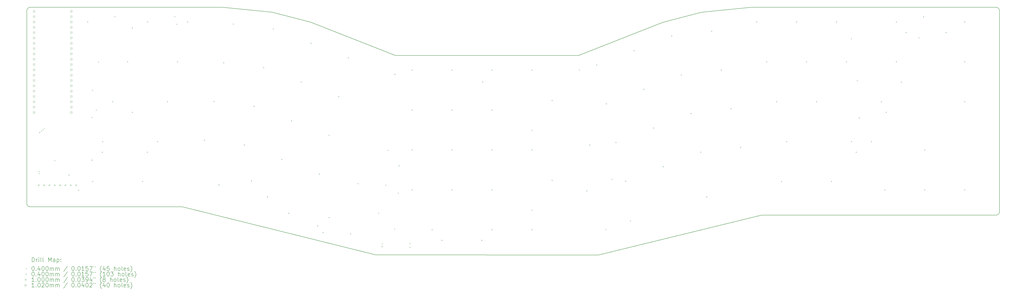
<source format=gbr>
%TF.GenerationSoftware,KiCad,Pcbnew,7.0.7*%
%TF.CreationDate,2023-09-16T21:00:51-07:00*%
%TF.ProjectId,pcb,7063622e-6b69-4636-9164-5f7063625858,rev?*%
%TF.SameCoordinates,Original*%
%TF.FileFunction,Drillmap*%
%TF.FilePolarity,Positive*%
%FSLAX45Y45*%
G04 Gerber Fmt 4.5, Leading zero omitted, Abs format (unit mm)*
G04 Created by KiCad (PCBNEW 7.0.7) date 2023-09-16 21:00:51*
%MOMM*%
%LPD*%
G01*
G04 APERTURE LIST*
%ADD10C,0.200000*%
%ADD11C,0.040000*%
%ADD12C,0.100000*%
%ADD13C,0.102000*%
G04 APERTURE END LIST*
D10*
X-1866900Y-35560000D02*
G75*
G03*
X-1708150Y-35718750I158750J0D01*
G01*
X-1708150Y-26193750D02*
G75*
G03*
X-1866900Y-26352500I0J-158750D01*
G01*
X7461250Y-26193750D02*
X-1708150Y-26193750D01*
X9842500Y-26431875D02*
X7461250Y-26193750D01*
X11668125Y-26908125D02*
X15716250Y-28495625D01*
X9842500Y-26431875D02*
X11668125Y-26908125D01*
X30321250Y-26431875D02*
X32702500Y-26193750D01*
X28495625Y-26908125D02*
X24447500Y-28495625D01*
X15716250Y-28495625D02*
X24447500Y-28495625D01*
X28495625Y-26908125D02*
X30321250Y-26431875D01*
X44529375Y-26352500D02*
G75*
G03*
X44370625Y-26193750I-158750J0D01*
G01*
X44370625Y-36115625D02*
G75*
G03*
X44529375Y-35956875I0J158750D01*
G01*
X32702500Y-26193750D02*
X44370625Y-26193750D01*
X44529375Y-35956875D02*
X44529375Y-26352500D01*
X44370625Y-36115625D02*
X33185100Y-36115625D01*
X33185100Y-36115625D02*
X25400000Y-38020625D01*
X14775000Y-38016250D02*
X5549900Y-35718750D01*
X-1708150Y-35718750D02*
X5549900Y-35718750D01*
X14775000Y-38016250D02*
X25400000Y-38020625D01*
X-1866900Y-26352500D02*
X-1866900Y-35560000D01*
D11*
X-1296965Y-33998784D02*
X-1256965Y-34038784D01*
X-1256965Y-33998784D02*
X-1296965Y-34038784D01*
X-1290000Y-34104900D02*
X-1250000Y-34144900D01*
X-1250000Y-34104900D02*
X-1290000Y-34144900D01*
X-1278090Y-32149100D02*
X-1238090Y-32189100D01*
X-1238090Y-32149100D02*
X-1278090Y-32189100D01*
X-1188509Y-32077980D02*
X-1148509Y-32117980D01*
X-1148509Y-32077980D02*
X-1188509Y-32117980D01*
X-1112285Y-32013328D02*
X-1072285Y-32053328D01*
X-1072285Y-32013328D02*
X-1112285Y-32053328D01*
X-1031072Y-31955065D02*
X-991072Y-31995065D01*
X-991072Y-31955065D02*
X-1031072Y-31995065D01*
X-550600Y-33495300D02*
X-510600Y-33535300D01*
X-510600Y-33495300D02*
X-550600Y-33535300D01*
X119700Y-34181100D02*
X159700Y-34221100D01*
X159700Y-34181100D02*
X119700Y-34221100D01*
X576900Y-34905000D02*
X616900Y-34945000D01*
X616900Y-34905000D02*
X576900Y-34945000D01*
X1211900Y-33464300D02*
X1251900Y-33504300D01*
X1251900Y-33464300D02*
X1211900Y-33504300D01*
X1224600Y-31425200D02*
X1264600Y-31465200D01*
X1264600Y-31425200D02*
X1224600Y-31465200D01*
X1250000Y-30129800D02*
X1290000Y-30169800D01*
X1290000Y-30129800D02*
X1250000Y-30169800D01*
X1427800Y-31082300D02*
X1467800Y-31122300D01*
X1467800Y-31082300D02*
X1427800Y-31122300D01*
X1529400Y-28783600D02*
X1569400Y-28823600D01*
X1569400Y-28783600D02*
X1529400Y-28823600D01*
X2310450Y-26618250D02*
X2350450Y-26658250D01*
X2350450Y-26618250D02*
X2310450Y-26658250D01*
X3142300Y-27158000D02*
X3182300Y-27198000D01*
X3182300Y-27158000D02*
X3142300Y-27198000D01*
X5167950Y-26618250D02*
X5207950Y-26658250D01*
X5207950Y-26618250D02*
X5167950Y-26658250D01*
X5263200Y-26980200D02*
X5303200Y-27020200D01*
X5303200Y-26980200D02*
X5263200Y-27020200D01*
X8823548Y-34468852D02*
X8863548Y-34508852D01*
X8863548Y-34468852D02*
X8823548Y-34508852D01*
X11981500Y-36610670D02*
X12021500Y-36650670D01*
X12021500Y-36610670D02*
X11981500Y-36650670D01*
X12239257Y-36925580D02*
X12279257Y-36965580D01*
X12279257Y-36925580D02*
X12239257Y-36965580D01*
X14891025Y-35995975D02*
X14931025Y-36035975D01*
X14931025Y-35995975D02*
X14891025Y-36035975D01*
X15054900Y-37600535D02*
X15094900Y-37640535D01*
X15094900Y-37600535D02*
X15054900Y-37640535D01*
X15067600Y-37460315D02*
X15107600Y-37500315D01*
X15107600Y-37460315D02*
X15067600Y-37500315D01*
X15236037Y-34662705D02*
X15276037Y-34702705D01*
X15276037Y-34662705D02*
X15236037Y-34702705D01*
X15347000Y-33000000D02*
X15387000Y-33040000D01*
X15387000Y-33000000D02*
X15347000Y-33040000D01*
X15651800Y-36759200D02*
X15691800Y-36799200D01*
X15691800Y-36759200D02*
X15651800Y-36799200D01*
X15664500Y-29367800D02*
X15704500Y-29407800D01*
X15704500Y-29367800D02*
X15664500Y-29407800D01*
X15829600Y-35044700D02*
X15869600Y-35084700D01*
X15869600Y-35044700D02*
X15829600Y-35084700D01*
X15867700Y-33736600D02*
X15907700Y-33776600D01*
X15907700Y-33736600D02*
X15867700Y-33776600D01*
X16388400Y-37622800D02*
X16428400Y-37662800D01*
X16428400Y-37622800D02*
X16388400Y-37662800D01*
X16390286Y-37446886D02*
X16430286Y-37486886D01*
X16430286Y-37446886D02*
X16390286Y-37486886D01*
X19855500Y-29736100D02*
X19895500Y-29776100D01*
X19895500Y-29736100D02*
X19855500Y-29776100D01*
X22205000Y-32047500D02*
X22245000Y-32087500D01*
X22245000Y-32047500D02*
X22205000Y-32087500D01*
X22205000Y-35857500D02*
X22245000Y-35897500D01*
X22245000Y-35857500D02*
X22205000Y-35897500D01*
X24465600Y-29164600D02*
X24505600Y-29204600D01*
X24505600Y-29164600D02*
X24465600Y-29204600D01*
X24960900Y-32746000D02*
X25000900Y-32786000D01*
X25000900Y-32746000D02*
X24960900Y-32786000D01*
X25735600Y-36786250D02*
X25775600Y-36826250D01*
X25775600Y-36786250D02*
X25735600Y-36826250D01*
X26021407Y-34380044D02*
X26061407Y-34420044D01*
X26061407Y-34380044D02*
X26021407Y-34420044D01*
X37445000Y-27678700D02*
X37485000Y-27718700D01*
X37485000Y-27678700D02*
X37445000Y-27718700D01*
X37724400Y-29672230D02*
X37764400Y-29712230D01*
X37764400Y-29672230D02*
X37724400Y-29712230D01*
X37813300Y-31450600D02*
X37853300Y-31490600D01*
X37853300Y-31450600D02*
X37813300Y-31490600D01*
X39826250Y-29745625D02*
X39866250Y-29785625D01*
X39866250Y-29745625D02*
X39826250Y-29785625D01*
X40670800Y-27627900D02*
X40710800Y-27667900D01*
X40710800Y-27627900D02*
X40670800Y-27667900D01*
X40886700Y-26624600D02*
X40926700Y-26664600D01*
X40926700Y-26624600D02*
X40886700Y-26664600D01*
X1057750Y-26892250D02*
G75*
G03*
X1057750Y-26892250I-20000J0D01*
G01*
X1295875Y-34512250D02*
G75*
G03*
X1295875Y-34512250I-20000J0D01*
G01*
X1760375Y-33115250D02*
G75*
G03*
X1760375Y-33115250I-20000J0D01*
G01*
X1772125Y-32607250D02*
G75*
G03*
X1772125Y-32607250I-20000J0D01*
G01*
X2248380Y-30702250D02*
G75*
G03*
X2248380Y-30702250I-20000J0D01*
G01*
X2962750Y-28797250D02*
G75*
G03*
X2962750Y-28797250I-20000J0D01*
G01*
X3189125Y-31210250D02*
G75*
G03*
X3189125Y-31210250I-20000J0D01*
G01*
X3677125Y-34512250D02*
G75*
G03*
X3677125Y-34512250I-20000J0D01*
G01*
X3903500Y-33115250D02*
G75*
G03*
X3903500Y-33115250I-20000J0D01*
G01*
X3915250Y-26892250D02*
G75*
G03*
X3915250Y-26892250I-20000J0D01*
G01*
X4391500Y-32607250D02*
G75*
G03*
X4391500Y-32607250I-20000J0D01*
G01*
X4867750Y-30702250D02*
G75*
G03*
X4867750Y-30702250I-20000J0D01*
G01*
X5344000Y-28797250D02*
G75*
G03*
X5344000Y-28797250I-20000J0D01*
G01*
X5820250Y-26892250D02*
G75*
G03*
X5820250Y-26892250I-20000J0D01*
G01*
X6624241Y-32541931D02*
G75*
G03*
X6624241Y-32541931I-20000J0D01*
G01*
X7085103Y-30693518D02*
G75*
G03*
X7085103Y-30693518I-20000J0D01*
G01*
X7318639Y-34678383D02*
G75*
G03*
X7318639Y-34678383I-20000J0D01*
G01*
X7545964Y-28845104D02*
G75*
G03*
X7545964Y-28845104I-20000J0D01*
G01*
X8006825Y-26996691D02*
G75*
G03*
X8006825Y-26996691I-20000J0D01*
G01*
X8530263Y-32771741D02*
G75*
G03*
X8530263Y-32771741I-20000J0D01*
G01*
X8991124Y-30923327D02*
G75*
G03*
X8991124Y-30923327I-20000J0D01*
G01*
X9451985Y-29074914D02*
G75*
G03*
X9451985Y-29074914I-20000J0D01*
G01*
X9629155Y-35254459D02*
G75*
G03*
X9629155Y-35254459I-20000J0D01*
G01*
X9912846Y-27226501D02*
G75*
G03*
X9912846Y-27226501I-20000J0D01*
G01*
X10321068Y-33463654D02*
G75*
G03*
X10321068Y-33463654I-20000J0D01*
G01*
X10649006Y-36032857D02*
G75*
G03*
X10649006Y-36032857I-20000J0D01*
G01*
X10781930Y-31615240D02*
G75*
G03*
X10781930Y-31615240I-20000J0D01*
G01*
X11242791Y-29766827D02*
G75*
G03*
X11242791Y-29766827I-20000J0D01*
G01*
X11703652Y-27918414D02*
G75*
G03*
X11703652Y-27918414I-20000J0D01*
G01*
X12111874Y-34155567D02*
G75*
G03*
X12111874Y-34155567I-20000J0D01*
G01*
X12572735Y-32307153D02*
G75*
G03*
X12572735Y-32307153I-20000J0D01*
G01*
X12575219Y-36234411D02*
G75*
G03*
X12575219Y-36234411I-20000J0D01*
G01*
X13033596Y-30458740D02*
G75*
G03*
X13033596Y-30458740I-20000J0D01*
G01*
X13494458Y-28610326D02*
G75*
G03*
X13494458Y-28610326I-20000J0D01*
G01*
X13595006Y-37011857D02*
G75*
G03*
X13595006Y-37011857I-20000J0D01*
G01*
X13960287Y-34616428D02*
G75*
G03*
X13960287Y-34616428I-20000J0D01*
G01*
X16535875Y-29194125D02*
G75*
G03*
X16535875Y-29194125I-20000J0D01*
G01*
X16535875Y-31099125D02*
G75*
G03*
X16535875Y-31099125I-20000J0D01*
G01*
X16535875Y-33004125D02*
G75*
G03*
X16535875Y-33004125I-20000J0D01*
G01*
X16535875Y-34909125D02*
G75*
G03*
X16535875Y-34909125I-20000J0D01*
G01*
X17488375Y-36814125D02*
G75*
G03*
X17488375Y-36814125I-20000J0D01*
G01*
X17952875Y-37322125D02*
G75*
G03*
X17952875Y-37322125I-20000J0D01*
G01*
X18440875Y-29194125D02*
G75*
G03*
X18440875Y-29194125I-20000J0D01*
G01*
X18440875Y-31099125D02*
G75*
G03*
X18440875Y-31099125I-20000J0D01*
G01*
X18440875Y-33004125D02*
G75*
G03*
X18440875Y-33004125I-20000J0D01*
G01*
X18440875Y-34909125D02*
G75*
G03*
X18440875Y-34909125I-20000J0D01*
G01*
X19857875Y-37322125D02*
G75*
G03*
X19857875Y-37322125I-20000J0D01*
G01*
X20345875Y-29194125D02*
G75*
G03*
X20345875Y-29194125I-20000J0D01*
G01*
X20345875Y-31099125D02*
G75*
G03*
X20345875Y-31099125I-20000J0D01*
G01*
X20345875Y-33004125D02*
G75*
G03*
X20345875Y-33004125I-20000J0D01*
G01*
X20345875Y-34909125D02*
G75*
G03*
X20345875Y-34909125I-20000J0D01*
G01*
X20345875Y-36814125D02*
G75*
G03*
X20345875Y-36814125I-20000J0D01*
G01*
X22250875Y-29194125D02*
G75*
G03*
X22250875Y-29194125I-20000J0D01*
G01*
X22250875Y-33004125D02*
G75*
G03*
X22250875Y-33004125I-20000J0D01*
G01*
X22250875Y-36814125D02*
G75*
G03*
X22250875Y-36814125I-20000J0D01*
G01*
X23213375Y-30644625D02*
G75*
G03*
X23213375Y-30644625I-20000J0D01*
G01*
X23213375Y-34454625D02*
G75*
G03*
X23213375Y-34454625I-20000J0D01*
G01*
X24868554Y-34959231D02*
G75*
G03*
X24868554Y-34959231I-20000J0D01*
G01*
X25334383Y-28953130D02*
G75*
G03*
X25334383Y-28953130I-20000J0D01*
G01*
X25795244Y-30801543D02*
G75*
G03*
X25795244Y-30801543I-20000J0D01*
G01*
X26256106Y-32649956D02*
G75*
G03*
X26256106Y-32649956I-20000J0D01*
G01*
X26716967Y-34498370D02*
G75*
G03*
X26716967Y-34498370I-20000J0D01*
G01*
X26946776Y-36404391D02*
G75*
G03*
X26946776Y-36404391I-20000J0D01*
G01*
X27125189Y-28261217D02*
G75*
G03*
X27125189Y-28261217I-20000J0D01*
G01*
X27586050Y-30109630D02*
G75*
G03*
X27586050Y-30109630I-20000J0D01*
G01*
X28046911Y-31958044D02*
G75*
G03*
X28046911Y-31958044I-20000J0D01*
G01*
X28507773Y-33806457D02*
G75*
G03*
X28507773Y-33806457I-20000J0D01*
G01*
X28915995Y-27569304D02*
G75*
G03*
X28915995Y-27569304I-20000J0D01*
G01*
X29376856Y-29417717D02*
G75*
G03*
X29376856Y-29417717I-20000J0D01*
G01*
X29837717Y-31266131D02*
G75*
G03*
X29837717Y-31266131I-20000J0D01*
G01*
X30298578Y-33114544D02*
G75*
G03*
X30298578Y-33114544I-20000J0D01*
G01*
X30585995Y-35251617D02*
G75*
G03*
X30585995Y-35251617I-20000J0D01*
G01*
X30822016Y-27339494D02*
G75*
G03*
X30822016Y-27339494I-20000J0D01*
G01*
X31282877Y-29187908D02*
G75*
G03*
X31282877Y-29187908I-20000J0D01*
G01*
X31743738Y-31036321D02*
G75*
G03*
X31743738Y-31036321I-20000J0D01*
G01*
X32204599Y-32884734D02*
G75*
G03*
X32204599Y-32884734I-20000J0D01*
G01*
X32966500Y-26892250D02*
G75*
G03*
X32966500Y-26892250I-20000J0D01*
G01*
X33442750Y-28797250D02*
G75*
G03*
X33442750Y-28797250I-20000J0D01*
G01*
X33919000Y-30702250D02*
G75*
G03*
X33919000Y-30702250I-20000J0D01*
G01*
X34157125Y-34512250D02*
G75*
G03*
X34157125Y-34512250I-20000J0D01*
G01*
X34395250Y-32607250D02*
G75*
G03*
X34395250Y-32607250I-20000J0D01*
G01*
X34871500Y-26892250D02*
G75*
G03*
X34871500Y-26892250I-20000J0D01*
G01*
X35347750Y-28797250D02*
G75*
G03*
X35347750Y-28797250I-20000J0D01*
G01*
X35824000Y-30702250D02*
G75*
G03*
X35824000Y-30702250I-20000J0D01*
G01*
X36538375Y-34512250D02*
G75*
G03*
X36538375Y-34512250I-20000J0D01*
G01*
X36776500Y-26892250D02*
G75*
G03*
X36776500Y-26892250I-20000J0D01*
G01*
X37252750Y-28797250D02*
G75*
G03*
X37252750Y-28797250I-20000J0D01*
G01*
X37490875Y-32607250D02*
G75*
G03*
X37490875Y-32607250I-20000J0D01*
G01*
X37717250Y-33115250D02*
G75*
G03*
X37717250Y-33115250I-20000J0D01*
G01*
X38443375Y-32607250D02*
G75*
G03*
X38443375Y-32607250I-20000J0D01*
G01*
X38919625Y-30702250D02*
G75*
G03*
X38919625Y-30702250I-20000J0D01*
G01*
X39078375Y-34909125D02*
G75*
G03*
X39078375Y-34909125I-20000J0D01*
G01*
X39146000Y-31210250D02*
G75*
G03*
X39146000Y-31210250I-20000J0D01*
G01*
X39634000Y-26892250D02*
G75*
G03*
X39634000Y-26892250I-20000J0D01*
G01*
X39634000Y-28797250D02*
G75*
G03*
X39634000Y-28797250I-20000J0D01*
G01*
X40098500Y-27400250D02*
G75*
G03*
X40098500Y-27400250I-20000J0D01*
G01*
X40983375Y-33004125D02*
G75*
G03*
X40983375Y-33004125I-20000J0D01*
G01*
X40983375Y-34909125D02*
G75*
G03*
X40983375Y-34909125I-20000J0D01*
G01*
X42003500Y-27400250D02*
G75*
G03*
X42003500Y-27400250I-20000J0D01*
G01*
X42888375Y-26892250D02*
G75*
G03*
X42888375Y-26892250I-20000J0D01*
G01*
X42888375Y-28797250D02*
G75*
G03*
X42888375Y-28797250I-20000J0D01*
G01*
X42888375Y-30702250D02*
G75*
G03*
X42888375Y-30702250I-20000J0D01*
G01*
X42888375Y-34909125D02*
G75*
G03*
X42888375Y-34909125I-20000J0D01*
G01*
D12*
X-1295400Y-34633700D02*
X-1295400Y-34733700D01*
X-1345400Y-34683700D02*
X-1245400Y-34683700D01*
X-1041400Y-34633700D02*
X-1041400Y-34733700D01*
X-1091400Y-34683700D02*
X-991400Y-34683700D01*
X-787400Y-34633700D02*
X-787400Y-34733700D01*
X-837400Y-34683700D02*
X-737400Y-34683700D01*
X-533400Y-34633700D02*
X-533400Y-34733700D01*
X-583400Y-34683700D02*
X-483400Y-34683700D01*
X-279400Y-34633700D02*
X-279400Y-34733700D01*
X-329400Y-34683700D02*
X-229400Y-34683700D01*
X-25400Y-34633700D02*
X-25400Y-34733700D01*
X-75400Y-34683700D02*
X24600Y-34683700D01*
X228600Y-34633700D02*
X228600Y-34733700D01*
X178600Y-34683700D02*
X278600Y-34683700D01*
X482600Y-34633700D02*
X482600Y-34733700D01*
X432600Y-34683700D02*
X532600Y-34683700D01*
D13*
X-1487937Y-26419063D02*
X-1487937Y-26346937D01*
X-1560063Y-26346937D01*
X-1560063Y-26419063D01*
X-1487937Y-26419063D01*
X-1487937Y-26673063D02*
X-1487937Y-26600937D01*
X-1560063Y-26600937D01*
X-1560063Y-26673063D01*
X-1487937Y-26673063D01*
X-1487937Y-26927063D02*
X-1487937Y-26854937D01*
X-1560063Y-26854937D01*
X-1560063Y-26927063D01*
X-1487937Y-26927063D01*
X-1487937Y-27181063D02*
X-1487937Y-27108937D01*
X-1560063Y-27108937D01*
X-1560063Y-27181063D01*
X-1487937Y-27181063D01*
X-1487937Y-27435063D02*
X-1487937Y-27362937D01*
X-1560063Y-27362937D01*
X-1560063Y-27435063D01*
X-1487937Y-27435063D01*
X-1487937Y-27689063D02*
X-1487937Y-27616937D01*
X-1560063Y-27616937D01*
X-1560063Y-27689063D01*
X-1487937Y-27689063D01*
X-1487937Y-27943063D02*
X-1487937Y-27870937D01*
X-1560063Y-27870937D01*
X-1560063Y-27943063D01*
X-1487937Y-27943063D01*
X-1487937Y-28197063D02*
X-1487937Y-28124937D01*
X-1560063Y-28124937D01*
X-1560063Y-28197063D01*
X-1487937Y-28197063D01*
X-1487937Y-28451063D02*
X-1487937Y-28378937D01*
X-1560063Y-28378937D01*
X-1560063Y-28451063D01*
X-1487937Y-28451063D01*
X-1487937Y-28705063D02*
X-1487937Y-28632937D01*
X-1560063Y-28632937D01*
X-1560063Y-28705063D01*
X-1487937Y-28705063D01*
X-1487937Y-28959063D02*
X-1487937Y-28886937D01*
X-1560063Y-28886937D01*
X-1560063Y-28959063D01*
X-1487937Y-28959063D01*
X-1487937Y-29213063D02*
X-1487937Y-29140937D01*
X-1560063Y-29140937D01*
X-1560063Y-29213063D01*
X-1487937Y-29213063D01*
X-1487937Y-29467063D02*
X-1487937Y-29394937D01*
X-1560063Y-29394937D01*
X-1560063Y-29467063D01*
X-1487937Y-29467063D01*
X-1487937Y-29721063D02*
X-1487937Y-29648937D01*
X-1560063Y-29648937D01*
X-1560063Y-29721063D01*
X-1487937Y-29721063D01*
X-1487937Y-29975063D02*
X-1487937Y-29902937D01*
X-1560063Y-29902937D01*
X-1560063Y-29975063D01*
X-1487937Y-29975063D01*
X-1487937Y-30229063D02*
X-1487937Y-30156937D01*
X-1560063Y-30156937D01*
X-1560063Y-30229063D01*
X-1487937Y-30229063D01*
X-1487937Y-30483063D02*
X-1487937Y-30410937D01*
X-1560063Y-30410937D01*
X-1560063Y-30483063D01*
X-1487937Y-30483063D01*
X-1487937Y-30737063D02*
X-1487937Y-30664937D01*
X-1560063Y-30664937D01*
X-1560063Y-30737063D01*
X-1487937Y-30737063D01*
X-1487937Y-30991063D02*
X-1487937Y-30918937D01*
X-1560063Y-30918937D01*
X-1560063Y-30991063D01*
X-1487937Y-30991063D01*
X-1487937Y-31245063D02*
X-1487937Y-31172937D01*
X-1560063Y-31172937D01*
X-1560063Y-31245063D01*
X-1487937Y-31245063D01*
X290063Y-26419063D02*
X290063Y-26346937D01*
X217937Y-26346937D01*
X217937Y-26419063D01*
X290063Y-26419063D01*
X290063Y-26673063D02*
X290063Y-26600937D01*
X217937Y-26600937D01*
X217937Y-26673063D01*
X290063Y-26673063D01*
X290063Y-26927063D02*
X290063Y-26854937D01*
X217937Y-26854937D01*
X217937Y-26927063D01*
X290063Y-26927063D01*
X290063Y-27181063D02*
X290063Y-27108937D01*
X217937Y-27108937D01*
X217937Y-27181063D01*
X290063Y-27181063D01*
X290063Y-27435063D02*
X290063Y-27362937D01*
X217937Y-27362937D01*
X217937Y-27435063D01*
X290063Y-27435063D01*
X290063Y-27689063D02*
X290063Y-27616937D01*
X217937Y-27616937D01*
X217937Y-27689063D01*
X290063Y-27689063D01*
X290063Y-27943063D02*
X290063Y-27870937D01*
X217937Y-27870937D01*
X217937Y-27943063D01*
X290063Y-27943063D01*
X290063Y-28197063D02*
X290063Y-28124937D01*
X217937Y-28124937D01*
X217937Y-28197063D01*
X290063Y-28197063D01*
X290063Y-28451063D02*
X290063Y-28378937D01*
X217937Y-28378937D01*
X217937Y-28451063D01*
X290063Y-28451063D01*
X290063Y-28705063D02*
X290063Y-28632937D01*
X217937Y-28632937D01*
X217937Y-28705063D01*
X290063Y-28705063D01*
X290063Y-28959063D02*
X290063Y-28886937D01*
X217937Y-28886937D01*
X217937Y-28959063D01*
X290063Y-28959063D01*
X290063Y-29213063D02*
X290063Y-29140937D01*
X217937Y-29140937D01*
X217937Y-29213063D01*
X290063Y-29213063D01*
X290063Y-29467063D02*
X290063Y-29394937D01*
X217937Y-29394937D01*
X217937Y-29467063D01*
X290063Y-29467063D01*
X290063Y-29721063D02*
X290063Y-29648937D01*
X217937Y-29648937D01*
X217937Y-29721063D01*
X290063Y-29721063D01*
X290063Y-29975063D02*
X290063Y-29902937D01*
X217937Y-29902937D01*
X217937Y-29975063D01*
X290063Y-29975063D01*
X290063Y-30229063D02*
X290063Y-30156937D01*
X217937Y-30156937D01*
X217937Y-30229063D01*
X290063Y-30229063D01*
X290063Y-30483063D02*
X290063Y-30410937D01*
X217937Y-30410937D01*
X217937Y-30483063D01*
X290063Y-30483063D01*
X290063Y-30737063D02*
X290063Y-30664937D01*
X217937Y-30664937D01*
X217937Y-30737063D01*
X290063Y-30737063D01*
X290063Y-30991063D02*
X290063Y-30918937D01*
X217937Y-30918937D01*
X217937Y-30991063D01*
X290063Y-30991063D01*
X290063Y-31245063D02*
X290063Y-31172937D01*
X217937Y-31172937D01*
X217937Y-31245063D01*
X290063Y-31245063D01*
D10*
X-1616123Y-38342109D02*
X-1616123Y-38142109D01*
X-1616123Y-38142109D02*
X-1568504Y-38142109D01*
X-1568504Y-38142109D02*
X-1539933Y-38151633D01*
X-1539933Y-38151633D02*
X-1520885Y-38170680D01*
X-1520885Y-38170680D02*
X-1511361Y-38189728D01*
X-1511361Y-38189728D02*
X-1501837Y-38227823D01*
X-1501837Y-38227823D02*
X-1501837Y-38256395D01*
X-1501837Y-38256395D02*
X-1511361Y-38294490D01*
X-1511361Y-38294490D02*
X-1520885Y-38313537D01*
X-1520885Y-38313537D02*
X-1539933Y-38332585D01*
X-1539933Y-38332585D02*
X-1568504Y-38342109D01*
X-1568504Y-38342109D02*
X-1616123Y-38342109D01*
X-1416123Y-38342109D02*
X-1416123Y-38208775D01*
X-1416123Y-38246871D02*
X-1406599Y-38227823D01*
X-1406599Y-38227823D02*
X-1397076Y-38218299D01*
X-1397076Y-38218299D02*
X-1378028Y-38208775D01*
X-1378028Y-38208775D02*
X-1358980Y-38208775D01*
X-1292314Y-38342109D02*
X-1292314Y-38208775D01*
X-1292314Y-38142109D02*
X-1301837Y-38151633D01*
X-1301837Y-38151633D02*
X-1292314Y-38161156D01*
X-1292314Y-38161156D02*
X-1282790Y-38151633D01*
X-1282790Y-38151633D02*
X-1292314Y-38142109D01*
X-1292314Y-38142109D02*
X-1292314Y-38161156D01*
X-1168504Y-38342109D02*
X-1187552Y-38332585D01*
X-1187552Y-38332585D02*
X-1197076Y-38313537D01*
X-1197076Y-38313537D02*
X-1197076Y-38142109D01*
X-1063742Y-38342109D02*
X-1082790Y-38332585D01*
X-1082790Y-38332585D02*
X-1092314Y-38313537D01*
X-1092314Y-38313537D02*
X-1092314Y-38142109D01*
X-835171Y-38342109D02*
X-835171Y-38142109D01*
X-835171Y-38142109D02*
X-768504Y-38284966D01*
X-768504Y-38284966D02*
X-701837Y-38142109D01*
X-701837Y-38142109D02*
X-701837Y-38342109D01*
X-520885Y-38342109D02*
X-520885Y-38237347D01*
X-520885Y-38237347D02*
X-530409Y-38218299D01*
X-530409Y-38218299D02*
X-549456Y-38208775D01*
X-549456Y-38208775D02*
X-587552Y-38208775D01*
X-587552Y-38208775D02*
X-606599Y-38218299D01*
X-520885Y-38332585D02*
X-539933Y-38342109D01*
X-539933Y-38342109D02*
X-587552Y-38342109D01*
X-587552Y-38342109D02*
X-606599Y-38332585D01*
X-606599Y-38332585D02*
X-616123Y-38313537D01*
X-616123Y-38313537D02*
X-616123Y-38294490D01*
X-616123Y-38294490D02*
X-606599Y-38275442D01*
X-606599Y-38275442D02*
X-587552Y-38265918D01*
X-587552Y-38265918D02*
X-539933Y-38265918D01*
X-539933Y-38265918D02*
X-520885Y-38256395D01*
X-425647Y-38208775D02*
X-425647Y-38408775D01*
X-425647Y-38218299D02*
X-406599Y-38208775D01*
X-406599Y-38208775D02*
X-368504Y-38208775D01*
X-368504Y-38208775D02*
X-349456Y-38218299D01*
X-349456Y-38218299D02*
X-339933Y-38227823D01*
X-339933Y-38227823D02*
X-330409Y-38246871D01*
X-330409Y-38246871D02*
X-330409Y-38304014D01*
X-330409Y-38304014D02*
X-339933Y-38323061D01*
X-339933Y-38323061D02*
X-349456Y-38332585D01*
X-349456Y-38332585D02*
X-368504Y-38342109D01*
X-368504Y-38342109D02*
X-406599Y-38342109D01*
X-406599Y-38342109D02*
X-425647Y-38332585D01*
X-244694Y-38323061D02*
X-235171Y-38332585D01*
X-235171Y-38332585D02*
X-244694Y-38342109D01*
X-244694Y-38342109D02*
X-254218Y-38332585D01*
X-254218Y-38332585D02*
X-244694Y-38323061D01*
X-244694Y-38323061D02*
X-244694Y-38342109D01*
X-244694Y-38218299D02*
X-235171Y-38227823D01*
X-235171Y-38227823D02*
X-244694Y-38237347D01*
X-244694Y-38237347D02*
X-254218Y-38227823D01*
X-254218Y-38227823D02*
X-244694Y-38218299D01*
X-244694Y-38218299D02*
X-244694Y-38237347D01*
D11*
X-1916900Y-38650625D02*
X-1876900Y-38690625D01*
X-1876900Y-38650625D02*
X-1916900Y-38690625D01*
D10*
X-1578028Y-38562109D02*
X-1558980Y-38562109D01*
X-1558980Y-38562109D02*
X-1539933Y-38571633D01*
X-1539933Y-38571633D02*
X-1530409Y-38581156D01*
X-1530409Y-38581156D02*
X-1520885Y-38600204D01*
X-1520885Y-38600204D02*
X-1511361Y-38638299D01*
X-1511361Y-38638299D02*
X-1511361Y-38685918D01*
X-1511361Y-38685918D02*
X-1520885Y-38724014D01*
X-1520885Y-38724014D02*
X-1530409Y-38743061D01*
X-1530409Y-38743061D02*
X-1539933Y-38752585D01*
X-1539933Y-38752585D02*
X-1558980Y-38762109D01*
X-1558980Y-38762109D02*
X-1578028Y-38762109D01*
X-1578028Y-38762109D02*
X-1597075Y-38752585D01*
X-1597075Y-38752585D02*
X-1606599Y-38743061D01*
X-1606599Y-38743061D02*
X-1616123Y-38724014D01*
X-1616123Y-38724014D02*
X-1625647Y-38685918D01*
X-1625647Y-38685918D02*
X-1625647Y-38638299D01*
X-1625647Y-38638299D02*
X-1616123Y-38600204D01*
X-1616123Y-38600204D02*
X-1606599Y-38581156D01*
X-1606599Y-38581156D02*
X-1597075Y-38571633D01*
X-1597075Y-38571633D02*
X-1578028Y-38562109D01*
X-1425647Y-38743061D02*
X-1416123Y-38752585D01*
X-1416123Y-38752585D02*
X-1425647Y-38762109D01*
X-1425647Y-38762109D02*
X-1435171Y-38752585D01*
X-1435171Y-38752585D02*
X-1425647Y-38743061D01*
X-1425647Y-38743061D02*
X-1425647Y-38762109D01*
X-1244695Y-38628775D02*
X-1244695Y-38762109D01*
X-1292314Y-38552585D02*
X-1339933Y-38695442D01*
X-1339933Y-38695442D02*
X-1216123Y-38695442D01*
X-1101837Y-38562109D02*
X-1082790Y-38562109D01*
X-1082790Y-38562109D02*
X-1063742Y-38571633D01*
X-1063742Y-38571633D02*
X-1054218Y-38581156D01*
X-1054218Y-38581156D02*
X-1044694Y-38600204D01*
X-1044694Y-38600204D02*
X-1035171Y-38638299D01*
X-1035171Y-38638299D02*
X-1035171Y-38685918D01*
X-1035171Y-38685918D02*
X-1044694Y-38724014D01*
X-1044694Y-38724014D02*
X-1054218Y-38743061D01*
X-1054218Y-38743061D02*
X-1063742Y-38752585D01*
X-1063742Y-38752585D02*
X-1082790Y-38762109D01*
X-1082790Y-38762109D02*
X-1101837Y-38762109D01*
X-1101837Y-38762109D02*
X-1120885Y-38752585D01*
X-1120885Y-38752585D02*
X-1130409Y-38743061D01*
X-1130409Y-38743061D02*
X-1139933Y-38724014D01*
X-1139933Y-38724014D02*
X-1149456Y-38685918D01*
X-1149456Y-38685918D02*
X-1149456Y-38638299D01*
X-1149456Y-38638299D02*
X-1139933Y-38600204D01*
X-1139933Y-38600204D02*
X-1130409Y-38581156D01*
X-1130409Y-38581156D02*
X-1120885Y-38571633D01*
X-1120885Y-38571633D02*
X-1101837Y-38562109D01*
X-911361Y-38562109D02*
X-892313Y-38562109D01*
X-892313Y-38562109D02*
X-873266Y-38571633D01*
X-873266Y-38571633D02*
X-863742Y-38581156D01*
X-863742Y-38581156D02*
X-854218Y-38600204D01*
X-854218Y-38600204D02*
X-844694Y-38638299D01*
X-844694Y-38638299D02*
X-844694Y-38685918D01*
X-844694Y-38685918D02*
X-854218Y-38724014D01*
X-854218Y-38724014D02*
X-863742Y-38743061D01*
X-863742Y-38743061D02*
X-873266Y-38752585D01*
X-873266Y-38752585D02*
X-892313Y-38762109D01*
X-892313Y-38762109D02*
X-911361Y-38762109D01*
X-911361Y-38762109D02*
X-930409Y-38752585D01*
X-930409Y-38752585D02*
X-939933Y-38743061D01*
X-939933Y-38743061D02*
X-949456Y-38724014D01*
X-949456Y-38724014D02*
X-958980Y-38685918D01*
X-958980Y-38685918D02*
X-958980Y-38638299D01*
X-958980Y-38638299D02*
X-949456Y-38600204D01*
X-949456Y-38600204D02*
X-939933Y-38581156D01*
X-939933Y-38581156D02*
X-930409Y-38571633D01*
X-930409Y-38571633D02*
X-911361Y-38562109D01*
X-758980Y-38762109D02*
X-758980Y-38628775D01*
X-758980Y-38647823D02*
X-749456Y-38638299D01*
X-749456Y-38638299D02*
X-730409Y-38628775D01*
X-730409Y-38628775D02*
X-701837Y-38628775D01*
X-701837Y-38628775D02*
X-682790Y-38638299D01*
X-682790Y-38638299D02*
X-673266Y-38657347D01*
X-673266Y-38657347D02*
X-673266Y-38762109D01*
X-673266Y-38657347D02*
X-663742Y-38638299D01*
X-663742Y-38638299D02*
X-644695Y-38628775D01*
X-644695Y-38628775D02*
X-616123Y-38628775D01*
X-616123Y-38628775D02*
X-597075Y-38638299D01*
X-597075Y-38638299D02*
X-587552Y-38657347D01*
X-587552Y-38657347D02*
X-587552Y-38762109D01*
X-492313Y-38762109D02*
X-492313Y-38628775D01*
X-492313Y-38647823D02*
X-482790Y-38638299D01*
X-482790Y-38638299D02*
X-463742Y-38628775D01*
X-463742Y-38628775D02*
X-435171Y-38628775D01*
X-435171Y-38628775D02*
X-416123Y-38638299D01*
X-416123Y-38638299D02*
X-406599Y-38657347D01*
X-406599Y-38657347D02*
X-406599Y-38762109D01*
X-406599Y-38657347D02*
X-397075Y-38638299D01*
X-397075Y-38638299D02*
X-378028Y-38628775D01*
X-378028Y-38628775D02*
X-349456Y-38628775D01*
X-349456Y-38628775D02*
X-330409Y-38638299D01*
X-330409Y-38638299D02*
X-320885Y-38657347D01*
X-320885Y-38657347D02*
X-320885Y-38762109D01*
X69591Y-38552585D02*
X-101837Y-38809728D01*
X326734Y-38562109D02*
X345782Y-38562109D01*
X345782Y-38562109D02*
X364829Y-38571633D01*
X364829Y-38571633D02*
X374353Y-38581156D01*
X374353Y-38581156D02*
X383877Y-38600204D01*
X383877Y-38600204D02*
X393401Y-38638299D01*
X393401Y-38638299D02*
X393401Y-38685918D01*
X393401Y-38685918D02*
X383877Y-38724014D01*
X383877Y-38724014D02*
X374353Y-38743061D01*
X374353Y-38743061D02*
X364829Y-38752585D01*
X364829Y-38752585D02*
X345782Y-38762109D01*
X345782Y-38762109D02*
X326734Y-38762109D01*
X326734Y-38762109D02*
X307687Y-38752585D01*
X307687Y-38752585D02*
X298163Y-38743061D01*
X298163Y-38743061D02*
X288639Y-38724014D01*
X288639Y-38724014D02*
X279115Y-38685918D01*
X279115Y-38685918D02*
X279115Y-38638299D01*
X279115Y-38638299D02*
X288639Y-38600204D01*
X288639Y-38600204D02*
X298163Y-38581156D01*
X298163Y-38581156D02*
X307687Y-38571633D01*
X307687Y-38571633D02*
X326734Y-38562109D01*
X479115Y-38743061D02*
X488639Y-38752585D01*
X488639Y-38752585D02*
X479115Y-38762109D01*
X479115Y-38762109D02*
X469591Y-38752585D01*
X469591Y-38752585D02*
X479115Y-38743061D01*
X479115Y-38743061D02*
X479115Y-38762109D01*
X612448Y-38562109D02*
X631496Y-38562109D01*
X631496Y-38562109D02*
X650544Y-38571633D01*
X650544Y-38571633D02*
X660068Y-38581156D01*
X660068Y-38581156D02*
X669591Y-38600204D01*
X669591Y-38600204D02*
X679115Y-38638299D01*
X679115Y-38638299D02*
X679115Y-38685918D01*
X679115Y-38685918D02*
X669591Y-38724014D01*
X669591Y-38724014D02*
X660068Y-38743061D01*
X660068Y-38743061D02*
X650544Y-38752585D01*
X650544Y-38752585D02*
X631496Y-38762109D01*
X631496Y-38762109D02*
X612448Y-38762109D01*
X612448Y-38762109D02*
X593401Y-38752585D01*
X593401Y-38752585D02*
X583877Y-38743061D01*
X583877Y-38743061D02*
X574353Y-38724014D01*
X574353Y-38724014D02*
X564829Y-38685918D01*
X564829Y-38685918D02*
X564829Y-38638299D01*
X564829Y-38638299D02*
X574353Y-38600204D01*
X574353Y-38600204D02*
X583877Y-38581156D01*
X583877Y-38581156D02*
X593401Y-38571633D01*
X593401Y-38571633D02*
X612448Y-38562109D01*
X869591Y-38762109D02*
X755306Y-38762109D01*
X812448Y-38762109D02*
X812448Y-38562109D01*
X812448Y-38562109D02*
X793401Y-38590680D01*
X793401Y-38590680D02*
X774353Y-38609728D01*
X774353Y-38609728D02*
X755306Y-38619252D01*
X1050544Y-38562109D02*
X955306Y-38562109D01*
X955306Y-38562109D02*
X945782Y-38657347D01*
X945782Y-38657347D02*
X955306Y-38647823D01*
X955306Y-38647823D02*
X974353Y-38638299D01*
X974353Y-38638299D02*
X1021972Y-38638299D01*
X1021972Y-38638299D02*
X1041020Y-38647823D01*
X1041020Y-38647823D02*
X1050544Y-38657347D01*
X1050544Y-38657347D02*
X1060068Y-38676395D01*
X1060068Y-38676395D02*
X1060068Y-38724014D01*
X1060068Y-38724014D02*
X1050544Y-38743061D01*
X1050544Y-38743061D02*
X1041020Y-38752585D01*
X1041020Y-38752585D02*
X1021972Y-38762109D01*
X1021972Y-38762109D02*
X974353Y-38762109D01*
X974353Y-38762109D02*
X955306Y-38752585D01*
X955306Y-38752585D02*
X945782Y-38743061D01*
X1126734Y-38562109D02*
X1260068Y-38562109D01*
X1260068Y-38562109D02*
X1174353Y-38762109D01*
X1326734Y-38562109D02*
X1326734Y-38600204D01*
X1402925Y-38562109D02*
X1402925Y-38600204D01*
X1698163Y-38838299D02*
X1688639Y-38828775D01*
X1688639Y-38828775D02*
X1669591Y-38800204D01*
X1669591Y-38800204D02*
X1660068Y-38781156D01*
X1660068Y-38781156D02*
X1650544Y-38752585D01*
X1650544Y-38752585D02*
X1641020Y-38704966D01*
X1641020Y-38704966D02*
X1641020Y-38666871D01*
X1641020Y-38666871D02*
X1650544Y-38619252D01*
X1650544Y-38619252D02*
X1660068Y-38590680D01*
X1660068Y-38590680D02*
X1669591Y-38571633D01*
X1669591Y-38571633D02*
X1688639Y-38543061D01*
X1688639Y-38543061D02*
X1698163Y-38533537D01*
X1860068Y-38628775D02*
X1860068Y-38762109D01*
X1812448Y-38552585D02*
X1764829Y-38695442D01*
X1764829Y-38695442D02*
X1888639Y-38695442D01*
X2060068Y-38562109D02*
X1964829Y-38562109D01*
X1964829Y-38562109D02*
X1955306Y-38657347D01*
X1955306Y-38657347D02*
X1964829Y-38647823D01*
X1964829Y-38647823D02*
X1983877Y-38638299D01*
X1983877Y-38638299D02*
X2031496Y-38638299D01*
X2031496Y-38638299D02*
X2050544Y-38647823D01*
X2050544Y-38647823D02*
X2060068Y-38657347D01*
X2060068Y-38657347D02*
X2069591Y-38676395D01*
X2069591Y-38676395D02*
X2069591Y-38724014D01*
X2069591Y-38724014D02*
X2060068Y-38743061D01*
X2060068Y-38743061D02*
X2050544Y-38752585D01*
X2050544Y-38752585D02*
X2031496Y-38762109D01*
X2031496Y-38762109D02*
X1983877Y-38762109D01*
X1983877Y-38762109D02*
X1964829Y-38752585D01*
X1964829Y-38752585D02*
X1955306Y-38743061D01*
X2307687Y-38762109D02*
X2307687Y-38562109D01*
X2393401Y-38762109D02*
X2393401Y-38657347D01*
X2393401Y-38657347D02*
X2383877Y-38638299D01*
X2383877Y-38638299D02*
X2364830Y-38628775D01*
X2364830Y-38628775D02*
X2336258Y-38628775D01*
X2336258Y-38628775D02*
X2317211Y-38638299D01*
X2317211Y-38638299D02*
X2307687Y-38647823D01*
X2517211Y-38762109D02*
X2498163Y-38752585D01*
X2498163Y-38752585D02*
X2488639Y-38743061D01*
X2488639Y-38743061D02*
X2479115Y-38724014D01*
X2479115Y-38724014D02*
X2479115Y-38666871D01*
X2479115Y-38666871D02*
X2488639Y-38647823D01*
X2488639Y-38647823D02*
X2498163Y-38638299D01*
X2498163Y-38638299D02*
X2517211Y-38628775D01*
X2517211Y-38628775D02*
X2545782Y-38628775D01*
X2545782Y-38628775D02*
X2564830Y-38638299D01*
X2564830Y-38638299D02*
X2574353Y-38647823D01*
X2574353Y-38647823D02*
X2583877Y-38666871D01*
X2583877Y-38666871D02*
X2583877Y-38724014D01*
X2583877Y-38724014D02*
X2574353Y-38743061D01*
X2574353Y-38743061D02*
X2564830Y-38752585D01*
X2564830Y-38752585D02*
X2545782Y-38762109D01*
X2545782Y-38762109D02*
X2517211Y-38762109D01*
X2698163Y-38762109D02*
X2679115Y-38752585D01*
X2679115Y-38752585D02*
X2669592Y-38733537D01*
X2669592Y-38733537D02*
X2669592Y-38562109D01*
X2850544Y-38752585D02*
X2831496Y-38762109D01*
X2831496Y-38762109D02*
X2793401Y-38762109D01*
X2793401Y-38762109D02*
X2774353Y-38752585D01*
X2774353Y-38752585D02*
X2764830Y-38733537D01*
X2764830Y-38733537D02*
X2764830Y-38657347D01*
X2764830Y-38657347D02*
X2774353Y-38638299D01*
X2774353Y-38638299D02*
X2793401Y-38628775D01*
X2793401Y-38628775D02*
X2831496Y-38628775D01*
X2831496Y-38628775D02*
X2850544Y-38638299D01*
X2850544Y-38638299D02*
X2860068Y-38657347D01*
X2860068Y-38657347D02*
X2860068Y-38676395D01*
X2860068Y-38676395D02*
X2764830Y-38695442D01*
X2936258Y-38752585D02*
X2955306Y-38762109D01*
X2955306Y-38762109D02*
X2993401Y-38762109D01*
X2993401Y-38762109D02*
X3012449Y-38752585D01*
X3012449Y-38752585D02*
X3021972Y-38733537D01*
X3021972Y-38733537D02*
X3021972Y-38724014D01*
X3021972Y-38724014D02*
X3012449Y-38704966D01*
X3012449Y-38704966D02*
X2993401Y-38695442D01*
X2993401Y-38695442D02*
X2964830Y-38695442D01*
X2964830Y-38695442D02*
X2945782Y-38685918D01*
X2945782Y-38685918D02*
X2936258Y-38666871D01*
X2936258Y-38666871D02*
X2936258Y-38657347D01*
X2936258Y-38657347D02*
X2945782Y-38638299D01*
X2945782Y-38638299D02*
X2964830Y-38628775D01*
X2964830Y-38628775D02*
X2993401Y-38628775D01*
X2993401Y-38628775D02*
X3012449Y-38638299D01*
X3088639Y-38838299D02*
X3098163Y-38828775D01*
X3098163Y-38828775D02*
X3117211Y-38800204D01*
X3117211Y-38800204D02*
X3126734Y-38781156D01*
X3126734Y-38781156D02*
X3136258Y-38752585D01*
X3136258Y-38752585D02*
X3145782Y-38704966D01*
X3145782Y-38704966D02*
X3145782Y-38666871D01*
X3145782Y-38666871D02*
X3136258Y-38619252D01*
X3136258Y-38619252D02*
X3126734Y-38590680D01*
X3126734Y-38590680D02*
X3117211Y-38571633D01*
X3117211Y-38571633D02*
X3098163Y-38543061D01*
X3098163Y-38543061D02*
X3088639Y-38533537D01*
D11*
X-1876900Y-38934625D02*
G75*
G03*
X-1876900Y-38934625I-20000J0D01*
G01*
D10*
X-1578028Y-38826109D02*
X-1558980Y-38826109D01*
X-1558980Y-38826109D02*
X-1539933Y-38835633D01*
X-1539933Y-38835633D02*
X-1530409Y-38845156D01*
X-1530409Y-38845156D02*
X-1520885Y-38864204D01*
X-1520885Y-38864204D02*
X-1511361Y-38902299D01*
X-1511361Y-38902299D02*
X-1511361Y-38949918D01*
X-1511361Y-38949918D02*
X-1520885Y-38988014D01*
X-1520885Y-38988014D02*
X-1530409Y-39007061D01*
X-1530409Y-39007061D02*
X-1539933Y-39016585D01*
X-1539933Y-39016585D02*
X-1558980Y-39026109D01*
X-1558980Y-39026109D02*
X-1578028Y-39026109D01*
X-1578028Y-39026109D02*
X-1597075Y-39016585D01*
X-1597075Y-39016585D02*
X-1606599Y-39007061D01*
X-1606599Y-39007061D02*
X-1616123Y-38988014D01*
X-1616123Y-38988014D02*
X-1625647Y-38949918D01*
X-1625647Y-38949918D02*
X-1625647Y-38902299D01*
X-1625647Y-38902299D02*
X-1616123Y-38864204D01*
X-1616123Y-38864204D02*
X-1606599Y-38845156D01*
X-1606599Y-38845156D02*
X-1597075Y-38835633D01*
X-1597075Y-38835633D02*
X-1578028Y-38826109D01*
X-1425647Y-39007061D02*
X-1416123Y-39016585D01*
X-1416123Y-39016585D02*
X-1425647Y-39026109D01*
X-1425647Y-39026109D02*
X-1435171Y-39016585D01*
X-1435171Y-39016585D02*
X-1425647Y-39007061D01*
X-1425647Y-39007061D02*
X-1425647Y-39026109D01*
X-1244695Y-38892775D02*
X-1244695Y-39026109D01*
X-1292314Y-38816585D02*
X-1339933Y-38959442D01*
X-1339933Y-38959442D02*
X-1216123Y-38959442D01*
X-1101837Y-38826109D02*
X-1082790Y-38826109D01*
X-1082790Y-38826109D02*
X-1063742Y-38835633D01*
X-1063742Y-38835633D02*
X-1054218Y-38845156D01*
X-1054218Y-38845156D02*
X-1044694Y-38864204D01*
X-1044694Y-38864204D02*
X-1035171Y-38902299D01*
X-1035171Y-38902299D02*
X-1035171Y-38949918D01*
X-1035171Y-38949918D02*
X-1044694Y-38988014D01*
X-1044694Y-38988014D02*
X-1054218Y-39007061D01*
X-1054218Y-39007061D02*
X-1063742Y-39016585D01*
X-1063742Y-39016585D02*
X-1082790Y-39026109D01*
X-1082790Y-39026109D02*
X-1101837Y-39026109D01*
X-1101837Y-39026109D02*
X-1120885Y-39016585D01*
X-1120885Y-39016585D02*
X-1130409Y-39007061D01*
X-1130409Y-39007061D02*
X-1139933Y-38988014D01*
X-1139933Y-38988014D02*
X-1149456Y-38949918D01*
X-1149456Y-38949918D02*
X-1149456Y-38902299D01*
X-1149456Y-38902299D02*
X-1139933Y-38864204D01*
X-1139933Y-38864204D02*
X-1130409Y-38845156D01*
X-1130409Y-38845156D02*
X-1120885Y-38835633D01*
X-1120885Y-38835633D02*
X-1101837Y-38826109D01*
X-911361Y-38826109D02*
X-892313Y-38826109D01*
X-892313Y-38826109D02*
X-873266Y-38835633D01*
X-873266Y-38835633D02*
X-863742Y-38845156D01*
X-863742Y-38845156D02*
X-854218Y-38864204D01*
X-854218Y-38864204D02*
X-844694Y-38902299D01*
X-844694Y-38902299D02*
X-844694Y-38949918D01*
X-844694Y-38949918D02*
X-854218Y-38988014D01*
X-854218Y-38988014D02*
X-863742Y-39007061D01*
X-863742Y-39007061D02*
X-873266Y-39016585D01*
X-873266Y-39016585D02*
X-892313Y-39026109D01*
X-892313Y-39026109D02*
X-911361Y-39026109D01*
X-911361Y-39026109D02*
X-930409Y-39016585D01*
X-930409Y-39016585D02*
X-939933Y-39007061D01*
X-939933Y-39007061D02*
X-949456Y-38988014D01*
X-949456Y-38988014D02*
X-958980Y-38949918D01*
X-958980Y-38949918D02*
X-958980Y-38902299D01*
X-958980Y-38902299D02*
X-949456Y-38864204D01*
X-949456Y-38864204D02*
X-939933Y-38845156D01*
X-939933Y-38845156D02*
X-930409Y-38835633D01*
X-930409Y-38835633D02*
X-911361Y-38826109D01*
X-758980Y-39026109D02*
X-758980Y-38892775D01*
X-758980Y-38911823D02*
X-749456Y-38902299D01*
X-749456Y-38902299D02*
X-730409Y-38892775D01*
X-730409Y-38892775D02*
X-701837Y-38892775D01*
X-701837Y-38892775D02*
X-682790Y-38902299D01*
X-682790Y-38902299D02*
X-673266Y-38921347D01*
X-673266Y-38921347D02*
X-673266Y-39026109D01*
X-673266Y-38921347D02*
X-663742Y-38902299D01*
X-663742Y-38902299D02*
X-644695Y-38892775D01*
X-644695Y-38892775D02*
X-616123Y-38892775D01*
X-616123Y-38892775D02*
X-597075Y-38902299D01*
X-597075Y-38902299D02*
X-587552Y-38921347D01*
X-587552Y-38921347D02*
X-587552Y-39026109D01*
X-492313Y-39026109D02*
X-492313Y-38892775D01*
X-492313Y-38911823D02*
X-482790Y-38902299D01*
X-482790Y-38902299D02*
X-463742Y-38892775D01*
X-463742Y-38892775D02*
X-435171Y-38892775D01*
X-435171Y-38892775D02*
X-416123Y-38902299D01*
X-416123Y-38902299D02*
X-406599Y-38921347D01*
X-406599Y-38921347D02*
X-406599Y-39026109D01*
X-406599Y-38921347D02*
X-397075Y-38902299D01*
X-397075Y-38902299D02*
X-378028Y-38892775D01*
X-378028Y-38892775D02*
X-349456Y-38892775D01*
X-349456Y-38892775D02*
X-330409Y-38902299D01*
X-330409Y-38902299D02*
X-320885Y-38921347D01*
X-320885Y-38921347D02*
X-320885Y-39026109D01*
X69591Y-38816585D02*
X-101837Y-39073728D01*
X326734Y-38826109D02*
X345782Y-38826109D01*
X345782Y-38826109D02*
X364829Y-38835633D01*
X364829Y-38835633D02*
X374353Y-38845156D01*
X374353Y-38845156D02*
X383877Y-38864204D01*
X383877Y-38864204D02*
X393401Y-38902299D01*
X393401Y-38902299D02*
X393401Y-38949918D01*
X393401Y-38949918D02*
X383877Y-38988014D01*
X383877Y-38988014D02*
X374353Y-39007061D01*
X374353Y-39007061D02*
X364829Y-39016585D01*
X364829Y-39016585D02*
X345782Y-39026109D01*
X345782Y-39026109D02*
X326734Y-39026109D01*
X326734Y-39026109D02*
X307687Y-39016585D01*
X307687Y-39016585D02*
X298163Y-39007061D01*
X298163Y-39007061D02*
X288639Y-38988014D01*
X288639Y-38988014D02*
X279115Y-38949918D01*
X279115Y-38949918D02*
X279115Y-38902299D01*
X279115Y-38902299D02*
X288639Y-38864204D01*
X288639Y-38864204D02*
X298163Y-38845156D01*
X298163Y-38845156D02*
X307687Y-38835633D01*
X307687Y-38835633D02*
X326734Y-38826109D01*
X479115Y-39007061D02*
X488639Y-39016585D01*
X488639Y-39016585D02*
X479115Y-39026109D01*
X479115Y-39026109D02*
X469591Y-39016585D01*
X469591Y-39016585D02*
X479115Y-39007061D01*
X479115Y-39007061D02*
X479115Y-39026109D01*
X612448Y-38826109D02*
X631496Y-38826109D01*
X631496Y-38826109D02*
X650544Y-38835633D01*
X650544Y-38835633D02*
X660068Y-38845156D01*
X660068Y-38845156D02*
X669591Y-38864204D01*
X669591Y-38864204D02*
X679115Y-38902299D01*
X679115Y-38902299D02*
X679115Y-38949918D01*
X679115Y-38949918D02*
X669591Y-38988014D01*
X669591Y-38988014D02*
X660068Y-39007061D01*
X660068Y-39007061D02*
X650544Y-39016585D01*
X650544Y-39016585D02*
X631496Y-39026109D01*
X631496Y-39026109D02*
X612448Y-39026109D01*
X612448Y-39026109D02*
X593401Y-39016585D01*
X593401Y-39016585D02*
X583877Y-39007061D01*
X583877Y-39007061D02*
X574353Y-38988014D01*
X574353Y-38988014D02*
X564829Y-38949918D01*
X564829Y-38949918D02*
X564829Y-38902299D01*
X564829Y-38902299D02*
X574353Y-38864204D01*
X574353Y-38864204D02*
X583877Y-38845156D01*
X583877Y-38845156D02*
X593401Y-38835633D01*
X593401Y-38835633D02*
X612448Y-38826109D01*
X869591Y-39026109D02*
X755306Y-39026109D01*
X812448Y-39026109D02*
X812448Y-38826109D01*
X812448Y-38826109D02*
X793401Y-38854680D01*
X793401Y-38854680D02*
X774353Y-38873728D01*
X774353Y-38873728D02*
X755306Y-38883252D01*
X1050544Y-38826109D02*
X955306Y-38826109D01*
X955306Y-38826109D02*
X945782Y-38921347D01*
X945782Y-38921347D02*
X955306Y-38911823D01*
X955306Y-38911823D02*
X974353Y-38902299D01*
X974353Y-38902299D02*
X1021972Y-38902299D01*
X1021972Y-38902299D02*
X1041020Y-38911823D01*
X1041020Y-38911823D02*
X1050544Y-38921347D01*
X1050544Y-38921347D02*
X1060068Y-38940395D01*
X1060068Y-38940395D02*
X1060068Y-38988014D01*
X1060068Y-38988014D02*
X1050544Y-39007061D01*
X1050544Y-39007061D02*
X1041020Y-39016585D01*
X1041020Y-39016585D02*
X1021972Y-39026109D01*
X1021972Y-39026109D02*
X974353Y-39026109D01*
X974353Y-39026109D02*
X955306Y-39016585D01*
X955306Y-39016585D02*
X945782Y-39007061D01*
X1126734Y-38826109D02*
X1260068Y-38826109D01*
X1260068Y-38826109D02*
X1174353Y-39026109D01*
X1326734Y-38826109D02*
X1326734Y-38864204D01*
X1402925Y-38826109D02*
X1402925Y-38864204D01*
X1698163Y-39102299D02*
X1688639Y-39092775D01*
X1688639Y-39092775D02*
X1669591Y-39064204D01*
X1669591Y-39064204D02*
X1660068Y-39045156D01*
X1660068Y-39045156D02*
X1650544Y-39016585D01*
X1650544Y-39016585D02*
X1641020Y-38968966D01*
X1641020Y-38968966D02*
X1641020Y-38930871D01*
X1641020Y-38930871D02*
X1650544Y-38883252D01*
X1650544Y-38883252D02*
X1660068Y-38854680D01*
X1660068Y-38854680D02*
X1669591Y-38835633D01*
X1669591Y-38835633D02*
X1688639Y-38807061D01*
X1688639Y-38807061D02*
X1698163Y-38797537D01*
X1879115Y-39026109D02*
X1764829Y-39026109D01*
X1821972Y-39026109D02*
X1821972Y-38826109D01*
X1821972Y-38826109D02*
X1802925Y-38854680D01*
X1802925Y-38854680D02*
X1783877Y-38873728D01*
X1783877Y-38873728D02*
X1764829Y-38883252D01*
X2002925Y-38826109D02*
X2021972Y-38826109D01*
X2021972Y-38826109D02*
X2041020Y-38835633D01*
X2041020Y-38835633D02*
X2050544Y-38845156D01*
X2050544Y-38845156D02*
X2060068Y-38864204D01*
X2060068Y-38864204D02*
X2069591Y-38902299D01*
X2069591Y-38902299D02*
X2069591Y-38949918D01*
X2069591Y-38949918D02*
X2060068Y-38988014D01*
X2060068Y-38988014D02*
X2050544Y-39007061D01*
X2050544Y-39007061D02*
X2041020Y-39016585D01*
X2041020Y-39016585D02*
X2021972Y-39026109D01*
X2021972Y-39026109D02*
X2002925Y-39026109D01*
X2002925Y-39026109D02*
X1983877Y-39016585D01*
X1983877Y-39016585D02*
X1974353Y-39007061D01*
X1974353Y-39007061D02*
X1964829Y-38988014D01*
X1964829Y-38988014D02*
X1955306Y-38949918D01*
X1955306Y-38949918D02*
X1955306Y-38902299D01*
X1955306Y-38902299D02*
X1964829Y-38864204D01*
X1964829Y-38864204D02*
X1974353Y-38845156D01*
X1974353Y-38845156D02*
X1983877Y-38835633D01*
X1983877Y-38835633D02*
X2002925Y-38826109D01*
X2136258Y-38826109D02*
X2260068Y-38826109D01*
X2260068Y-38826109D02*
X2193401Y-38902299D01*
X2193401Y-38902299D02*
X2221972Y-38902299D01*
X2221972Y-38902299D02*
X2241020Y-38911823D01*
X2241020Y-38911823D02*
X2250544Y-38921347D01*
X2250544Y-38921347D02*
X2260068Y-38940395D01*
X2260068Y-38940395D02*
X2260068Y-38988014D01*
X2260068Y-38988014D02*
X2250544Y-39007061D01*
X2250544Y-39007061D02*
X2241020Y-39016585D01*
X2241020Y-39016585D02*
X2221972Y-39026109D01*
X2221972Y-39026109D02*
X2164830Y-39026109D01*
X2164830Y-39026109D02*
X2145782Y-39016585D01*
X2145782Y-39016585D02*
X2136258Y-39007061D01*
X2498163Y-39026109D02*
X2498163Y-38826109D01*
X2583877Y-39026109D02*
X2583877Y-38921347D01*
X2583877Y-38921347D02*
X2574353Y-38902299D01*
X2574353Y-38902299D02*
X2555306Y-38892775D01*
X2555306Y-38892775D02*
X2526734Y-38892775D01*
X2526734Y-38892775D02*
X2507687Y-38902299D01*
X2507687Y-38902299D02*
X2498163Y-38911823D01*
X2707687Y-39026109D02*
X2688639Y-39016585D01*
X2688639Y-39016585D02*
X2679115Y-39007061D01*
X2679115Y-39007061D02*
X2669592Y-38988014D01*
X2669592Y-38988014D02*
X2669592Y-38930871D01*
X2669592Y-38930871D02*
X2679115Y-38911823D01*
X2679115Y-38911823D02*
X2688639Y-38902299D01*
X2688639Y-38902299D02*
X2707687Y-38892775D01*
X2707687Y-38892775D02*
X2736258Y-38892775D01*
X2736258Y-38892775D02*
X2755306Y-38902299D01*
X2755306Y-38902299D02*
X2764830Y-38911823D01*
X2764830Y-38911823D02*
X2774353Y-38930871D01*
X2774353Y-38930871D02*
X2774353Y-38988014D01*
X2774353Y-38988014D02*
X2764830Y-39007061D01*
X2764830Y-39007061D02*
X2755306Y-39016585D01*
X2755306Y-39016585D02*
X2736258Y-39026109D01*
X2736258Y-39026109D02*
X2707687Y-39026109D01*
X2888639Y-39026109D02*
X2869591Y-39016585D01*
X2869591Y-39016585D02*
X2860068Y-38997537D01*
X2860068Y-38997537D02*
X2860068Y-38826109D01*
X3041020Y-39016585D02*
X3021972Y-39026109D01*
X3021972Y-39026109D02*
X2983877Y-39026109D01*
X2983877Y-39026109D02*
X2964830Y-39016585D01*
X2964830Y-39016585D02*
X2955306Y-38997537D01*
X2955306Y-38997537D02*
X2955306Y-38921347D01*
X2955306Y-38921347D02*
X2964830Y-38902299D01*
X2964830Y-38902299D02*
X2983877Y-38892775D01*
X2983877Y-38892775D02*
X3021972Y-38892775D01*
X3021972Y-38892775D02*
X3041020Y-38902299D01*
X3041020Y-38902299D02*
X3050544Y-38921347D01*
X3050544Y-38921347D02*
X3050544Y-38940395D01*
X3050544Y-38940395D02*
X2955306Y-38959442D01*
X3126734Y-39016585D02*
X3145782Y-39026109D01*
X3145782Y-39026109D02*
X3183877Y-39026109D01*
X3183877Y-39026109D02*
X3202925Y-39016585D01*
X3202925Y-39016585D02*
X3212449Y-38997537D01*
X3212449Y-38997537D02*
X3212449Y-38988014D01*
X3212449Y-38988014D02*
X3202925Y-38968966D01*
X3202925Y-38968966D02*
X3183877Y-38959442D01*
X3183877Y-38959442D02*
X3155306Y-38959442D01*
X3155306Y-38959442D02*
X3136258Y-38949918D01*
X3136258Y-38949918D02*
X3126734Y-38930871D01*
X3126734Y-38930871D02*
X3126734Y-38921347D01*
X3126734Y-38921347D02*
X3136258Y-38902299D01*
X3136258Y-38902299D02*
X3155306Y-38892775D01*
X3155306Y-38892775D02*
X3183877Y-38892775D01*
X3183877Y-38892775D02*
X3202925Y-38902299D01*
X3279115Y-39102299D02*
X3288639Y-39092775D01*
X3288639Y-39092775D02*
X3307687Y-39064204D01*
X3307687Y-39064204D02*
X3317211Y-39045156D01*
X3317211Y-39045156D02*
X3326734Y-39016585D01*
X3326734Y-39016585D02*
X3336258Y-38968966D01*
X3336258Y-38968966D02*
X3336258Y-38930871D01*
X3336258Y-38930871D02*
X3326734Y-38883252D01*
X3326734Y-38883252D02*
X3317211Y-38854680D01*
X3317211Y-38854680D02*
X3307687Y-38835633D01*
X3307687Y-38835633D02*
X3288639Y-38807061D01*
X3288639Y-38807061D02*
X3279115Y-38797537D01*
D12*
X-1926900Y-39148625D02*
X-1926900Y-39248625D01*
X-1976900Y-39198625D02*
X-1876900Y-39198625D01*
D10*
X-1511361Y-39290109D02*
X-1625647Y-39290109D01*
X-1568504Y-39290109D02*
X-1568504Y-39090109D01*
X-1568504Y-39090109D02*
X-1587552Y-39118680D01*
X-1587552Y-39118680D02*
X-1606599Y-39137728D01*
X-1606599Y-39137728D02*
X-1625647Y-39147252D01*
X-1425647Y-39271061D02*
X-1416123Y-39280585D01*
X-1416123Y-39280585D02*
X-1425647Y-39290109D01*
X-1425647Y-39290109D02*
X-1435171Y-39280585D01*
X-1435171Y-39280585D02*
X-1425647Y-39271061D01*
X-1425647Y-39271061D02*
X-1425647Y-39290109D01*
X-1292314Y-39090109D02*
X-1273266Y-39090109D01*
X-1273266Y-39090109D02*
X-1254218Y-39099633D01*
X-1254218Y-39099633D02*
X-1244695Y-39109156D01*
X-1244695Y-39109156D02*
X-1235171Y-39128204D01*
X-1235171Y-39128204D02*
X-1225647Y-39166299D01*
X-1225647Y-39166299D02*
X-1225647Y-39213918D01*
X-1225647Y-39213918D02*
X-1235171Y-39252014D01*
X-1235171Y-39252014D02*
X-1244695Y-39271061D01*
X-1244695Y-39271061D02*
X-1254218Y-39280585D01*
X-1254218Y-39280585D02*
X-1273266Y-39290109D01*
X-1273266Y-39290109D02*
X-1292314Y-39290109D01*
X-1292314Y-39290109D02*
X-1311361Y-39280585D01*
X-1311361Y-39280585D02*
X-1320885Y-39271061D01*
X-1320885Y-39271061D02*
X-1330409Y-39252014D01*
X-1330409Y-39252014D02*
X-1339933Y-39213918D01*
X-1339933Y-39213918D02*
X-1339933Y-39166299D01*
X-1339933Y-39166299D02*
X-1330409Y-39128204D01*
X-1330409Y-39128204D02*
X-1320885Y-39109156D01*
X-1320885Y-39109156D02*
X-1311361Y-39099633D01*
X-1311361Y-39099633D02*
X-1292314Y-39090109D01*
X-1101837Y-39090109D02*
X-1082790Y-39090109D01*
X-1082790Y-39090109D02*
X-1063742Y-39099633D01*
X-1063742Y-39099633D02*
X-1054218Y-39109156D01*
X-1054218Y-39109156D02*
X-1044694Y-39128204D01*
X-1044694Y-39128204D02*
X-1035171Y-39166299D01*
X-1035171Y-39166299D02*
X-1035171Y-39213918D01*
X-1035171Y-39213918D02*
X-1044694Y-39252014D01*
X-1044694Y-39252014D02*
X-1054218Y-39271061D01*
X-1054218Y-39271061D02*
X-1063742Y-39280585D01*
X-1063742Y-39280585D02*
X-1082790Y-39290109D01*
X-1082790Y-39290109D02*
X-1101837Y-39290109D01*
X-1101837Y-39290109D02*
X-1120885Y-39280585D01*
X-1120885Y-39280585D02*
X-1130409Y-39271061D01*
X-1130409Y-39271061D02*
X-1139933Y-39252014D01*
X-1139933Y-39252014D02*
X-1149456Y-39213918D01*
X-1149456Y-39213918D02*
X-1149456Y-39166299D01*
X-1149456Y-39166299D02*
X-1139933Y-39128204D01*
X-1139933Y-39128204D02*
X-1130409Y-39109156D01*
X-1130409Y-39109156D02*
X-1120885Y-39099633D01*
X-1120885Y-39099633D02*
X-1101837Y-39090109D01*
X-911361Y-39090109D02*
X-892313Y-39090109D01*
X-892313Y-39090109D02*
X-873266Y-39099633D01*
X-873266Y-39099633D02*
X-863742Y-39109156D01*
X-863742Y-39109156D02*
X-854218Y-39128204D01*
X-854218Y-39128204D02*
X-844694Y-39166299D01*
X-844694Y-39166299D02*
X-844694Y-39213918D01*
X-844694Y-39213918D02*
X-854218Y-39252014D01*
X-854218Y-39252014D02*
X-863742Y-39271061D01*
X-863742Y-39271061D02*
X-873266Y-39280585D01*
X-873266Y-39280585D02*
X-892313Y-39290109D01*
X-892313Y-39290109D02*
X-911361Y-39290109D01*
X-911361Y-39290109D02*
X-930409Y-39280585D01*
X-930409Y-39280585D02*
X-939933Y-39271061D01*
X-939933Y-39271061D02*
X-949456Y-39252014D01*
X-949456Y-39252014D02*
X-958980Y-39213918D01*
X-958980Y-39213918D02*
X-958980Y-39166299D01*
X-958980Y-39166299D02*
X-949456Y-39128204D01*
X-949456Y-39128204D02*
X-939933Y-39109156D01*
X-939933Y-39109156D02*
X-930409Y-39099633D01*
X-930409Y-39099633D02*
X-911361Y-39090109D01*
X-758980Y-39290109D02*
X-758980Y-39156775D01*
X-758980Y-39175823D02*
X-749456Y-39166299D01*
X-749456Y-39166299D02*
X-730409Y-39156775D01*
X-730409Y-39156775D02*
X-701837Y-39156775D01*
X-701837Y-39156775D02*
X-682790Y-39166299D01*
X-682790Y-39166299D02*
X-673266Y-39185347D01*
X-673266Y-39185347D02*
X-673266Y-39290109D01*
X-673266Y-39185347D02*
X-663742Y-39166299D01*
X-663742Y-39166299D02*
X-644695Y-39156775D01*
X-644695Y-39156775D02*
X-616123Y-39156775D01*
X-616123Y-39156775D02*
X-597075Y-39166299D01*
X-597075Y-39166299D02*
X-587552Y-39185347D01*
X-587552Y-39185347D02*
X-587552Y-39290109D01*
X-492313Y-39290109D02*
X-492313Y-39156775D01*
X-492313Y-39175823D02*
X-482790Y-39166299D01*
X-482790Y-39166299D02*
X-463742Y-39156775D01*
X-463742Y-39156775D02*
X-435171Y-39156775D01*
X-435171Y-39156775D02*
X-416123Y-39166299D01*
X-416123Y-39166299D02*
X-406599Y-39185347D01*
X-406599Y-39185347D02*
X-406599Y-39290109D01*
X-406599Y-39185347D02*
X-397075Y-39166299D01*
X-397075Y-39166299D02*
X-378028Y-39156775D01*
X-378028Y-39156775D02*
X-349456Y-39156775D01*
X-349456Y-39156775D02*
X-330409Y-39166299D01*
X-330409Y-39166299D02*
X-320885Y-39185347D01*
X-320885Y-39185347D02*
X-320885Y-39290109D01*
X69591Y-39080585D02*
X-101837Y-39337728D01*
X326734Y-39090109D02*
X345782Y-39090109D01*
X345782Y-39090109D02*
X364829Y-39099633D01*
X364829Y-39099633D02*
X374353Y-39109156D01*
X374353Y-39109156D02*
X383877Y-39128204D01*
X383877Y-39128204D02*
X393401Y-39166299D01*
X393401Y-39166299D02*
X393401Y-39213918D01*
X393401Y-39213918D02*
X383877Y-39252014D01*
X383877Y-39252014D02*
X374353Y-39271061D01*
X374353Y-39271061D02*
X364829Y-39280585D01*
X364829Y-39280585D02*
X345782Y-39290109D01*
X345782Y-39290109D02*
X326734Y-39290109D01*
X326734Y-39290109D02*
X307687Y-39280585D01*
X307687Y-39280585D02*
X298163Y-39271061D01*
X298163Y-39271061D02*
X288639Y-39252014D01*
X288639Y-39252014D02*
X279115Y-39213918D01*
X279115Y-39213918D02*
X279115Y-39166299D01*
X279115Y-39166299D02*
X288639Y-39128204D01*
X288639Y-39128204D02*
X298163Y-39109156D01*
X298163Y-39109156D02*
X307687Y-39099633D01*
X307687Y-39099633D02*
X326734Y-39090109D01*
X479115Y-39271061D02*
X488639Y-39280585D01*
X488639Y-39280585D02*
X479115Y-39290109D01*
X479115Y-39290109D02*
X469591Y-39280585D01*
X469591Y-39280585D02*
X479115Y-39271061D01*
X479115Y-39271061D02*
X479115Y-39290109D01*
X612448Y-39090109D02*
X631496Y-39090109D01*
X631496Y-39090109D02*
X650544Y-39099633D01*
X650544Y-39099633D02*
X660068Y-39109156D01*
X660068Y-39109156D02*
X669591Y-39128204D01*
X669591Y-39128204D02*
X679115Y-39166299D01*
X679115Y-39166299D02*
X679115Y-39213918D01*
X679115Y-39213918D02*
X669591Y-39252014D01*
X669591Y-39252014D02*
X660068Y-39271061D01*
X660068Y-39271061D02*
X650544Y-39280585D01*
X650544Y-39280585D02*
X631496Y-39290109D01*
X631496Y-39290109D02*
X612448Y-39290109D01*
X612448Y-39290109D02*
X593401Y-39280585D01*
X593401Y-39280585D02*
X583877Y-39271061D01*
X583877Y-39271061D02*
X574353Y-39252014D01*
X574353Y-39252014D02*
X564829Y-39213918D01*
X564829Y-39213918D02*
X564829Y-39166299D01*
X564829Y-39166299D02*
X574353Y-39128204D01*
X574353Y-39128204D02*
X583877Y-39109156D01*
X583877Y-39109156D02*
X593401Y-39099633D01*
X593401Y-39099633D02*
X612448Y-39090109D01*
X745782Y-39090109D02*
X869591Y-39090109D01*
X869591Y-39090109D02*
X802925Y-39166299D01*
X802925Y-39166299D02*
X831496Y-39166299D01*
X831496Y-39166299D02*
X850544Y-39175823D01*
X850544Y-39175823D02*
X860067Y-39185347D01*
X860067Y-39185347D02*
X869591Y-39204395D01*
X869591Y-39204395D02*
X869591Y-39252014D01*
X869591Y-39252014D02*
X860067Y-39271061D01*
X860067Y-39271061D02*
X850544Y-39280585D01*
X850544Y-39280585D02*
X831496Y-39290109D01*
X831496Y-39290109D02*
X774353Y-39290109D01*
X774353Y-39290109D02*
X755306Y-39280585D01*
X755306Y-39280585D02*
X745782Y-39271061D01*
X964829Y-39290109D02*
X1002925Y-39290109D01*
X1002925Y-39290109D02*
X1021972Y-39280585D01*
X1021972Y-39280585D02*
X1031496Y-39271061D01*
X1031496Y-39271061D02*
X1050544Y-39242490D01*
X1050544Y-39242490D02*
X1060068Y-39204395D01*
X1060068Y-39204395D02*
X1060068Y-39128204D01*
X1060068Y-39128204D02*
X1050544Y-39109156D01*
X1050544Y-39109156D02*
X1041020Y-39099633D01*
X1041020Y-39099633D02*
X1021972Y-39090109D01*
X1021972Y-39090109D02*
X983877Y-39090109D01*
X983877Y-39090109D02*
X964829Y-39099633D01*
X964829Y-39099633D02*
X955306Y-39109156D01*
X955306Y-39109156D02*
X945782Y-39128204D01*
X945782Y-39128204D02*
X945782Y-39175823D01*
X945782Y-39175823D02*
X955306Y-39194871D01*
X955306Y-39194871D02*
X964829Y-39204395D01*
X964829Y-39204395D02*
X983877Y-39213918D01*
X983877Y-39213918D02*
X1021972Y-39213918D01*
X1021972Y-39213918D02*
X1041020Y-39204395D01*
X1041020Y-39204395D02*
X1050544Y-39194871D01*
X1050544Y-39194871D02*
X1060068Y-39175823D01*
X1231496Y-39156775D02*
X1231496Y-39290109D01*
X1183877Y-39080585D02*
X1136258Y-39223442D01*
X1136258Y-39223442D02*
X1260068Y-39223442D01*
X1326734Y-39090109D02*
X1326734Y-39128204D01*
X1402925Y-39090109D02*
X1402925Y-39128204D01*
X1698163Y-39366299D02*
X1688639Y-39356775D01*
X1688639Y-39356775D02*
X1669591Y-39328204D01*
X1669591Y-39328204D02*
X1660068Y-39309156D01*
X1660068Y-39309156D02*
X1650544Y-39280585D01*
X1650544Y-39280585D02*
X1641020Y-39232966D01*
X1641020Y-39232966D02*
X1641020Y-39194871D01*
X1641020Y-39194871D02*
X1650544Y-39147252D01*
X1650544Y-39147252D02*
X1660068Y-39118680D01*
X1660068Y-39118680D02*
X1669591Y-39099633D01*
X1669591Y-39099633D02*
X1688639Y-39071061D01*
X1688639Y-39071061D02*
X1698163Y-39061537D01*
X1802925Y-39175823D02*
X1783877Y-39166299D01*
X1783877Y-39166299D02*
X1774353Y-39156775D01*
X1774353Y-39156775D02*
X1764829Y-39137728D01*
X1764829Y-39137728D02*
X1764829Y-39128204D01*
X1764829Y-39128204D02*
X1774353Y-39109156D01*
X1774353Y-39109156D02*
X1783877Y-39099633D01*
X1783877Y-39099633D02*
X1802925Y-39090109D01*
X1802925Y-39090109D02*
X1841020Y-39090109D01*
X1841020Y-39090109D02*
X1860068Y-39099633D01*
X1860068Y-39099633D02*
X1869591Y-39109156D01*
X1869591Y-39109156D02*
X1879115Y-39128204D01*
X1879115Y-39128204D02*
X1879115Y-39137728D01*
X1879115Y-39137728D02*
X1869591Y-39156775D01*
X1869591Y-39156775D02*
X1860068Y-39166299D01*
X1860068Y-39166299D02*
X1841020Y-39175823D01*
X1841020Y-39175823D02*
X1802925Y-39175823D01*
X1802925Y-39175823D02*
X1783877Y-39185347D01*
X1783877Y-39185347D02*
X1774353Y-39194871D01*
X1774353Y-39194871D02*
X1764829Y-39213918D01*
X1764829Y-39213918D02*
X1764829Y-39252014D01*
X1764829Y-39252014D02*
X1774353Y-39271061D01*
X1774353Y-39271061D02*
X1783877Y-39280585D01*
X1783877Y-39280585D02*
X1802925Y-39290109D01*
X1802925Y-39290109D02*
X1841020Y-39290109D01*
X1841020Y-39290109D02*
X1860068Y-39280585D01*
X1860068Y-39280585D02*
X1869591Y-39271061D01*
X1869591Y-39271061D02*
X1879115Y-39252014D01*
X1879115Y-39252014D02*
X1879115Y-39213918D01*
X1879115Y-39213918D02*
X1869591Y-39194871D01*
X1869591Y-39194871D02*
X1860068Y-39185347D01*
X1860068Y-39185347D02*
X1841020Y-39175823D01*
X2117211Y-39290109D02*
X2117211Y-39090109D01*
X2202925Y-39290109D02*
X2202925Y-39185347D01*
X2202925Y-39185347D02*
X2193401Y-39166299D01*
X2193401Y-39166299D02*
X2174353Y-39156775D01*
X2174353Y-39156775D02*
X2145782Y-39156775D01*
X2145782Y-39156775D02*
X2126734Y-39166299D01*
X2126734Y-39166299D02*
X2117211Y-39175823D01*
X2326734Y-39290109D02*
X2307687Y-39280585D01*
X2307687Y-39280585D02*
X2298163Y-39271061D01*
X2298163Y-39271061D02*
X2288639Y-39252014D01*
X2288639Y-39252014D02*
X2288639Y-39194871D01*
X2288639Y-39194871D02*
X2298163Y-39175823D01*
X2298163Y-39175823D02*
X2307687Y-39166299D01*
X2307687Y-39166299D02*
X2326734Y-39156775D01*
X2326734Y-39156775D02*
X2355306Y-39156775D01*
X2355306Y-39156775D02*
X2374353Y-39166299D01*
X2374353Y-39166299D02*
X2383877Y-39175823D01*
X2383877Y-39175823D02*
X2393401Y-39194871D01*
X2393401Y-39194871D02*
X2393401Y-39252014D01*
X2393401Y-39252014D02*
X2383877Y-39271061D01*
X2383877Y-39271061D02*
X2374353Y-39280585D01*
X2374353Y-39280585D02*
X2355306Y-39290109D01*
X2355306Y-39290109D02*
X2326734Y-39290109D01*
X2507687Y-39290109D02*
X2488639Y-39280585D01*
X2488639Y-39280585D02*
X2479115Y-39261537D01*
X2479115Y-39261537D02*
X2479115Y-39090109D01*
X2660068Y-39280585D02*
X2641020Y-39290109D01*
X2641020Y-39290109D02*
X2602925Y-39290109D01*
X2602925Y-39290109D02*
X2583877Y-39280585D01*
X2583877Y-39280585D02*
X2574353Y-39261537D01*
X2574353Y-39261537D02*
X2574353Y-39185347D01*
X2574353Y-39185347D02*
X2583877Y-39166299D01*
X2583877Y-39166299D02*
X2602925Y-39156775D01*
X2602925Y-39156775D02*
X2641020Y-39156775D01*
X2641020Y-39156775D02*
X2660068Y-39166299D01*
X2660068Y-39166299D02*
X2669592Y-39185347D01*
X2669592Y-39185347D02*
X2669592Y-39204395D01*
X2669592Y-39204395D02*
X2574353Y-39223442D01*
X2745782Y-39280585D02*
X2764830Y-39290109D01*
X2764830Y-39290109D02*
X2802925Y-39290109D01*
X2802925Y-39290109D02*
X2821972Y-39280585D01*
X2821972Y-39280585D02*
X2831496Y-39261537D01*
X2831496Y-39261537D02*
X2831496Y-39252014D01*
X2831496Y-39252014D02*
X2821972Y-39232966D01*
X2821972Y-39232966D02*
X2802925Y-39223442D01*
X2802925Y-39223442D02*
X2774353Y-39223442D01*
X2774353Y-39223442D02*
X2755306Y-39213918D01*
X2755306Y-39213918D02*
X2745782Y-39194871D01*
X2745782Y-39194871D02*
X2745782Y-39185347D01*
X2745782Y-39185347D02*
X2755306Y-39166299D01*
X2755306Y-39166299D02*
X2774353Y-39156775D01*
X2774353Y-39156775D02*
X2802925Y-39156775D01*
X2802925Y-39156775D02*
X2821972Y-39166299D01*
X2898163Y-39366299D02*
X2907687Y-39356775D01*
X2907687Y-39356775D02*
X2926734Y-39328204D01*
X2926734Y-39328204D02*
X2936258Y-39309156D01*
X2936258Y-39309156D02*
X2945782Y-39280585D01*
X2945782Y-39280585D02*
X2955306Y-39232966D01*
X2955306Y-39232966D02*
X2955306Y-39194871D01*
X2955306Y-39194871D02*
X2945782Y-39147252D01*
X2945782Y-39147252D02*
X2936258Y-39118680D01*
X2936258Y-39118680D02*
X2926734Y-39099633D01*
X2926734Y-39099633D02*
X2907687Y-39071061D01*
X2907687Y-39071061D02*
X2898163Y-39061537D01*
D13*
X-1891837Y-39498688D02*
X-1891837Y-39426562D01*
X-1963963Y-39426562D01*
X-1963963Y-39498688D01*
X-1891837Y-39498688D01*
D10*
X-1511361Y-39554109D02*
X-1625647Y-39554109D01*
X-1568504Y-39554109D02*
X-1568504Y-39354109D01*
X-1568504Y-39354109D02*
X-1587552Y-39382680D01*
X-1587552Y-39382680D02*
X-1606599Y-39401728D01*
X-1606599Y-39401728D02*
X-1625647Y-39411252D01*
X-1425647Y-39535061D02*
X-1416123Y-39544585D01*
X-1416123Y-39544585D02*
X-1425647Y-39554109D01*
X-1425647Y-39554109D02*
X-1435171Y-39544585D01*
X-1435171Y-39544585D02*
X-1425647Y-39535061D01*
X-1425647Y-39535061D02*
X-1425647Y-39554109D01*
X-1292314Y-39354109D02*
X-1273266Y-39354109D01*
X-1273266Y-39354109D02*
X-1254218Y-39363633D01*
X-1254218Y-39363633D02*
X-1244695Y-39373156D01*
X-1244695Y-39373156D02*
X-1235171Y-39392204D01*
X-1235171Y-39392204D02*
X-1225647Y-39430299D01*
X-1225647Y-39430299D02*
X-1225647Y-39477918D01*
X-1225647Y-39477918D02*
X-1235171Y-39516014D01*
X-1235171Y-39516014D02*
X-1244695Y-39535061D01*
X-1244695Y-39535061D02*
X-1254218Y-39544585D01*
X-1254218Y-39544585D02*
X-1273266Y-39554109D01*
X-1273266Y-39554109D02*
X-1292314Y-39554109D01*
X-1292314Y-39554109D02*
X-1311361Y-39544585D01*
X-1311361Y-39544585D02*
X-1320885Y-39535061D01*
X-1320885Y-39535061D02*
X-1330409Y-39516014D01*
X-1330409Y-39516014D02*
X-1339933Y-39477918D01*
X-1339933Y-39477918D02*
X-1339933Y-39430299D01*
X-1339933Y-39430299D02*
X-1330409Y-39392204D01*
X-1330409Y-39392204D02*
X-1320885Y-39373156D01*
X-1320885Y-39373156D02*
X-1311361Y-39363633D01*
X-1311361Y-39363633D02*
X-1292314Y-39354109D01*
X-1149456Y-39373156D02*
X-1139933Y-39363633D01*
X-1139933Y-39363633D02*
X-1120885Y-39354109D01*
X-1120885Y-39354109D02*
X-1073266Y-39354109D01*
X-1073266Y-39354109D02*
X-1054218Y-39363633D01*
X-1054218Y-39363633D02*
X-1044694Y-39373156D01*
X-1044694Y-39373156D02*
X-1035171Y-39392204D01*
X-1035171Y-39392204D02*
X-1035171Y-39411252D01*
X-1035171Y-39411252D02*
X-1044694Y-39439823D01*
X-1044694Y-39439823D02*
X-1158980Y-39554109D01*
X-1158980Y-39554109D02*
X-1035171Y-39554109D01*
X-911361Y-39354109D02*
X-892313Y-39354109D01*
X-892313Y-39354109D02*
X-873266Y-39363633D01*
X-873266Y-39363633D02*
X-863742Y-39373156D01*
X-863742Y-39373156D02*
X-854218Y-39392204D01*
X-854218Y-39392204D02*
X-844694Y-39430299D01*
X-844694Y-39430299D02*
X-844694Y-39477918D01*
X-844694Y-39477918D02*
X-854218Y-39516014D01*
X-854218Y-39516014D02*
X-863742Y-39535061D01*
X-863742Y-39535061D02*
X-873266Y-39544585D01*
X-873266Y-39544585D02*
X-892313Y-39554109D01*
X-892313Y-39554109D02*
X-911361Y-39554109D01*
X-911361Y-39554109D02*
X-930409Y-39544585D01*
X-930409Y-39544585D02*
X-939933Y-39535061D01*
X-939933Y-39535061D02*
X-949456Y-39516014D01*
X-949456Y-39516014D02*
X-958980Y-39477918D01*
X-958980Y-39477918D02*
X-958980Y-39430299D01*
X-958980Y-39430299D02*
X-949456Y-39392204D01*
X-949456Y-39392204D02*
X-939933Y-39373156D01*
X-939933Y-39373156D02*
X-930409Y-39363633D01*
X-930409Y-39363633D02*
X-911361Y-39354109D01*
X-758980Y-39554109D02*
X-758980Y-39420775D01*
X-758980Y-39439823D02*
X-749456Y-39430299D01*
X-749456Y-39430299D02*
X-730409Y-39420775D01*
X-730409Y-39420775D02*
X-701837Y-39420775D01*
X-701837Y-39420775D02*
X-682790Y-39430299D01*
X-682790Y-39430299D02*
X-673266Y-39449347D01*
X-673266Y-39449347D02*
X-673266Y-39554109D01*
X-673266Y-39449347D02*
X-663742Y-39430299D01*
X-663742Y-39430299D02*
X-644695Y-39420775D01*
X-644695Y-39420775D02*
X-616123Y-39420775D01*
X-616123Y-39420775D02*
X-597075Y-39430299D01*
X-597075Y-39430299D02*
X-587552Y-39449347D01*
X-587552Y-39449347D02*
X-587552Y-39554109D01*
X-492313Y-39554109D02*
X-492313Y-39420775D01*
X-492313Y-39439823D02*
X-482790Y-39430299D01*
X-482790Y-39430299D02*
X-463742Y-39420775D01*
X-463742Y-39420775D02*
X-435171Y-39420775D01*
X-435171Y-39420775D02*
X-416123Y-39430299D01*
X-416123Y-39430299D02*
X-406599Y-39449347D01*
X-406599Y-39449347D02*
X-406599Y-39554109D01*
X-406599Y-39449347D02*
X-397075Y-39430299D01*
X-397075Y-39430299D02*
X-378028Y-39420775D01*
X-378028Y-39420775D02*
X-349456Y-39420775D01*
X-349456Y-39420775D02*
X-330409Y-39430299D01*
X-330409Y-39430299D02*
X-320885Y-39449347D01*
X-320885Y-39449347D02*
X-320885Y-39554109D01*
X69591Y-39344585D02*
X-101837Y-39601728D01*
X326734Y-39354109D02*
X345782Y-39354109D01*
X345782Y-39354109D02*
X364829Y-39363633D01*
X364829Y-39363633D02*
X374353Y-39373156D01*
X374353Y-39373156D02*
X383877Y-39392204D01*
X383877Y-39392204D02*
X393401Y-39430299D01*
X393401Y-39430299D02*
X393401Y-39477918D01*
X393401Y-39477918D02*
X383877Y-39516014D01*
X383877Y-39516014D02*
X374353Y-39535061D01*
X374353Y-39535061D02*
X364829Y-39544585D01*
X364829Y-39544585D02*
X345782Y-39554109D01*
X345782Y-39554109D02*
X326734Y-39554109D01*
X326734Y-39554109D02*
X307687Y-39544585D01*
X307687Y-39544585D02*
X298163Y-39535061D01*
X298163Y-39535061D02*
X288639Y-39516014D01*
X288639Y-39516014D02*
X279115Y-39477918D01*
X279115Y-39477918D02*
X279115Y-39430299D01*
X279115Y-39430299D02*
X288639Y-39392204D01*
X288639Y-39392204D02*
X298163Y-39373156D01*
X298163Y-39373156D02*
X307687Y-39363633D01*
X307687Y-39363633D02*
X326734Y-39354109D01*
X479115Y-39535061D02*
X488639Y-39544585D01*
X488639Y-39544585D02*
X479115Y-39554109D01*
X479115Y-39554109D02*
X469591Y-39544585D01*
X469591Y-39544585D02*
X479115Y-39535061D01*
X479115Y-39535061D02*
X479115Y-39554109D01*
X612448Y-39354109D02*
X631496Y-39354109D01*
X631496Y-39354109D02*
X650544Y-39363633D01*
X650544Y-39363633D02*
X660068Y-39373156D01*
X660068Y-39373156D02*
X669591Y-39392204D01*
X669591Y-39392204D02*
X679115Y-39430299D01*
X679115Y-39430299D02*
X679115Y-39477918D01*
X679115Y-39477918D02*
X669591Y-39516014D01*
X669591Y-39516014D02*
X660068Y-39535061D01*
X660068Y-39535061D02*
X650544Y-39544585D01*
X650544Y-39544585D02*
X631496Y-39554109D01*
X631496Y-39554109D02*
X612448Y-39554109D01*
X612448Y-39554109D02*
X593401Y-39544585D01*
X593401Y-39544585D02*
X583877Y-39535061D01*
X583877Y-39535061D02*
X574353Y-39516014D01*
X574353Y-39516014D02*
X564829Y-39477918D01*
X564829Y-39477918D02*
X564829Y-39430299D01*
X564829Y-39430299D02*
X574353Y-39392204D01*
X574353Y-39392204D02*
X583877Y-39373156D01*
X583877Y-39373156D02*
X593401Y-39363633D01*
X593401Y-39363633D02*
X612448Y-39354109D01*
X850544Y-39420775D02*
X850544Y-39554109D01*
X802925Y-39344585D02*
X755306Y-39487442D01*
X755306Y-39487442D02*
X879115Y-39487442D01*
X993401Y-39354109D02*
X1012448Y-39354109D01*
X1012448Y-39354109D02*
X1031496Y-39363633D01*
X1031496Y-39363633D02*
X1041020Y-39373156D01*
X1041020Y-39373156D02*
X1050544Y-39392204D01*
X1050544Y-39392204D02*
X1060068Y-39430299D01*
X1060068Y-39430299D02*
X1060068Y-39477918D01*
X1060068Y-39477918D02*
X1050544Y-39516014D01*
X1050544Y-39516014D02*
X1041020Y-39535061D01*
X1041020Y-39535061D02*
X1031496Y-39544585D01*
X1031496Y-39544585D02*
X1012448Y-39554109D01*
X1012448Y-39554109D02*
X993401Y-39554109D01*
X993401Y-39554109D02*
X974353Y-39544585D01*
X974353Y-39544585D02*
X964829Y-39535061D01*
X964829Y-39535061D02*
X955306Y-39516014D01*
X955306Y-39516014D02*
X945782Y-39477918D01*
X945782Y-39477918D02*
X945782Y-39430299D01*
X945782Y-39430299D02*
X955306Y-39392204D01*
X955306Y-39392204D02*
X964829Y-39373156D01*
X964829Y-39373156D02*
X974353Y-39363633D01*
X974353Y-39363633D02*
X993401Y-39354109D01*
X1136258Y-39373156D02*
X1145782Y-39363633D01*
X1145782Y-39363633D02*
X1164829Y-39354109D01*
X1164829Y-39354109D02*
X1212449Y-39354109D01*
X1212449Y-39354109D02*
X1231496Y-39363633D01*
X1231496Y-39363633D02*
X1241020Y-39373156D01*
X1241020Y-39373156D02*
X1250544Y-39392204D01*
X1250544Y-39392204D02*
X1250544Y-39411252D01*
X1250544Y-39411252D02*
X1241020Y-39439823D01*
X1241020Y-39439823D02*
X1126734Y-39554109D01*
X1126734Y-39554109D02*
X1250544Y-39554109D01*
X1326734Y-39354109D02*
X1326734Y-39392204D01*
X1402925Y-39354109D02*
X1402925Y-39392204D01*
X1698163Y-39630299D02*
X1688639Y-39620775D01*
X1688639Y-39620775D02*
X1669591Y-39592204D01*
X1669591Y-39592204D02*
X1660068Y-39573156D01*
X1660068Y-39573156D02*
X1650544Y-39544585D01*
X1650544Y-39544585D02*
X1641020Y-39496966D01*
X1641020Y-39496966D02*
X1641020Y-39458871D01*
X1641020Y-39458871D02*
X1650544Y-39411252D01*
X1650544Y-39411252D02*
X1660068Y-39382680D01*
X1660068Y-39382680D02*
X1669591Y-39363633D01*
X1669591Y-39363633D02*
X1688639Y-39335061D01*
X1688639Y-39335061D02*
X1698163Y-39325537D01*
X1860068Y-39420775D02*
X1860068Y-39554109D01*
X1812448Y-39344585D02*
X1764829Y-39487442D01*
X1764829Y-39487442D02*
X1888639Y-39487442D01*
X2002925Y-39354109D02*
X2021972Y-39354109D01*
X2021972Y-39354109D02*
X2041020Y-39363633D01*
X2041020Y-39363633D02*
X2050544Y-39373156D01*
X2050544Y-39373156D02*
X2060068Y-39392204D01*
X2060068Y-39392204D02*
X2069591Y-39430299D01*
X2069591Y-39430299D02*
X2069591Y-39477918D01*
X2069591Y-39477918D02*
X2060068Y-39516014D01*
X2060068Y-39516014D02*
X2050544Y-39535061D01*
X2050544Y-39535061D02*
X2041020Y-39544585D01*
X2041020Y-39544585D02*
X2021972Y-39554109D01*
X2021972Y-39554109D02*
X2002925Y-39554109D01*
X2002925Y-39554109D02*
X1983877Y-39544585D01*
X1983877Y-39544585D02*
X1974353Y-39535061D01*
X1974353Y-39535061D02*
X1964829Y-39516014D01*
X1964829Y-39516014D02*
X1955306Y-39477918D01*
X1955306Y-39477918D02*
X1955306Y-39430299D01*
X1955306Y-39430299D02*
X1964829Y-39392204D01*
X1964829Y-39392204D02*
X1974353Y-39373156D01*
X1974353Y-39373156D02*
X1983877Y-39363633D01*
X1983877Y-39363633D02*
X2002925Y-39354109D01*
X2307687Y-39554109D02*
X2307687Y-39354109D01*
X2393401Y-39554109D02*
X2393401Y-39449347D01*
X2393401Y-39449347D02*
X2383877Y-39430299D01*
X2383877Y-39430299D02*
X2364830Y-39420775D01*
X2364830Y-39420775D02*
X2336258Y-39420775D01*
X2336258Y-39420775D02*
X2317211Y-39430299D01*
X2317211Y-39430299D02*
X2307687Y-39439823D01*
X2517211Y-39554109D02*
X2498163Y-39544585D01*
X2498163Y-39544585D02*
X2488639Y-39535061D01*
X2488639Y-39535061D02*
X2479115Y-39516014D01*
X2479115Y-39516014D02*
X2479115Y-39458871D01*
X2479115Y-39458871D02*
X2488639Y-39439823D01*
X2488639Y-39439823D02*
X2498163Y-39430299D01*
X2498163Y-39430299D02*
X2517211Y-39420775D01*
X2517211Y-39420775D02*
X2545782Y-39420775D01*
X2545782Y-39420775D02*
X2564830Y-39430299D01*
X2564830Y-39430299D02*
X2574353Y-39439823D01*
X2574353Y-39439823D02*
X2583877Y-39458871D01*
X2583877Y-39458871D02*
X2583877Y-39516014D01*
X2583877Y-39516014D02*
X2574353Y-39535061D01*
X2574353Y-39535061D02*
X2564830Y-39544585D01*
X2564830Y-39544585D02*
X2545782Y-39554109D01*
X2545782Y-39554109D02*
X2517211Y-39554109D01*
X2698163Y-39554109D02*
X2679115Y-39544585D01*
X2679115Y-39544585D02*
X2669592Y-39525537D01*
X2669592Y-39525537D02*
X2669592Y-39354109D01*
X2850544Y-39544585D02*
X2831496Y-39554109D01*
X2831496Y-39554109D02*
X2793401Y-39554109D01*
X2793401Y-39554109D02*
X2774353Y-39544585D01*
X2774353Y-39544585D02*
X2764830Y-39525537D01*
X2764830Y-39525537D02*
X2764830Y-39449347D01*
X2764830Y-39449347D02*
X2774353Y-39430299D01*
X2774353Y-39430299D02*
X2793401Y-39420775D01*
X2793401Y-39420775D02*
X2831496Y-39420775D01*
X2831496Y-39420775D02*
X2850544Y-39430299D01*
X2850544Y-39430299D02*
X2860068Y-39449347D01*
X2860068Y-39449347D02*
X2860068Y-39468395D01*
X2860068Y-39468395D02*
X2764830Y-39487442D01*
X2936258Y-39544585D02*
X2955306Y-39554109D01*
X2955306Y-39554109D02*
X2993401Y-39554109D01*
X2993401Y-39554109D02*
X3012449Y-39544585D01*
X3012449Y-39544585D02*
X3021972Y-39525537D01*
X3021972Y-39525537D02*
X3021972Y-39516014D01*
X3021972Y-39516014D02*
X3012449Y-39496966D01*
X3012449Y-39496966D02*
X2993401Y-39487442D01*
X2993401Y-39487442D02*
X2964830Y-39487442D01*
X2964830Y-39487442D02*
X2945782Y-39477918D01*
X2945782Y-39477918D02*
X2936258Y-39458871D01*
X2936258Y-39458871D02*
X2936258Y-39449347D01*
X2936258Y-39449347D02*
X2945782Y-39430299D01*
X2945782Y-39430299D02*
X2964830Y-39420775D01*
X2964830Y-39420775D02*
X2993401Y-39420775D01*
X2993401Y-39420775D02*
X3012449Y-39430299D01*
X3088639Y-39630299D02*
X3098163Y-39620775D01*
X3098163Y-39620775D02*
X3117211Y-39592204D01*
X3117211Y-39592204D02*
X3126734Y-39573156D01*
X3126734Y-39573156D02*
X3136258Y-39544585D01*
X3136258Y-39544585D02*
X3145782Y-39496966D01*
X3145782Y-39496966D02*
X3145782Y-39458871D01*
X3145782Y-39458871D02*
X3136258Y-39411252D01*
X3136258Y-39411252D02*
X3126734Y-39382680D01*
X3126734Y-39382680D02*
X3117211Y-39363633D01*
X3117211Y-39363633D02*
X3098163Y-39335061D01*
X3098163Y-39335061D02*
X3088639Y-39325537D01*
M02*

</source>
